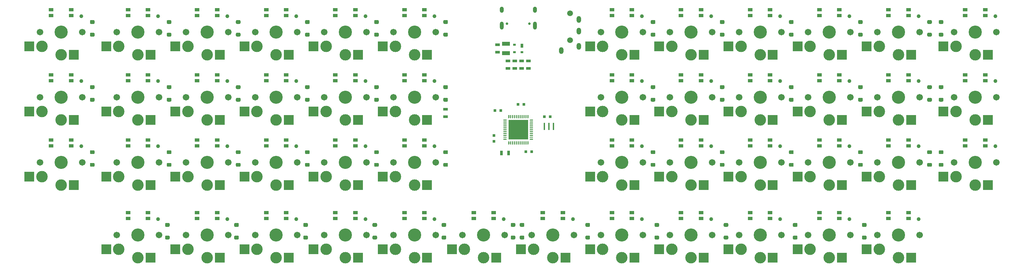
<source format=gbr>
%TF.GenerationSoftware,KiCad,Pcbnew,(5.1.10)-1*%
%TF.CreationDate,2022-05-07T17:57:56+07:00*%
%TF.ProjectId,Onsen48,4f6e7365-6e34-4382-9e6b-696361645f70,rev?*%
%TF.SameCoordinates,Original*%
%TF.FileFunction,Soldermask,Bot*%
%TF.FilePolarity,Negative*%
%FSLAX46Y46*%
G04 Gerber Fmt 4.6, Leading zero omitted, Abs format (unit mm)*
G04 Created by KiCad (PCBNEW (5.1.10)-1) date 2022-05-07 17:57:56*
%MOMM*%
%LPD*%
G01*
G04 APERTURE LIST*
%ADD10R,1.300000X0.700000*%
%ADD11R,0.400000X1.900000*%
%ADD12C,0.650000*%
%ADD13O,1.000000X2.100000*%
%ADD14O,1.000000X1.600000*%
%ADD15R,5.150000X5.150000*%
%ADD16R,0.700000X1.000000*%
%ADD17R,0.700000X0.600000*%
%ADD18R,0.700000X1.300000*%
%ADD19R,2.030000X1.140000*%
%ADD20R,0.800000X0.750000*%
%ADD21R,0.750000X0.800000*%
%ADD22C,1.500000*%
%ADD23O,1.200000X1.800000*%
%ADD24R,1.190000X0.900000*%
%ADD25C,1.701800*%
%ADD26R,2.600000X2.600000*%
%ADD27C,3.000000*%
%ADD28C,3.429000*%
%ADD29C,0.990600*%
G04 APERTURE END LIST*
D10*
%TO.C,R7*%
X130100000Y-69050000D03*
X130100000Y-67150000D03*
%TD*%
D11*
%TO.C,Y1*%
X155800000Y-71600000D03*
X157000000Y-71600000D03*
X158200000Y-71600000D03*
%TD*%
D12*
%TO.C,USB1*%
X146110000Y-44750000D03*
X151890000Y-44750000D03*
D13*
X153320000Y-45280000D03*
X144680000Y-45280000D03*
D14*
X153320000Y-41100000D03*
X144680000Y-41100000D03*
%TD*%
D15*
%TO.C,U2*%
X149000000Y-72500000D03*
G36*
G01*
X145187500Y-69875000D02*
X145937500Y-69875000D01*
G75*
G02*
X146000000Y-69937500I0J-62500D01*
G01*
X146000000Y-70062500D01*
G75*
G02*
X145937500Y-70125000I-62500J0D01*
G01*
X145187500Y-70125000D01*
G75*
G02*
X145125000Y-70062500I0J62500D01*
G01*
X145125000Y-69937500D01*
G75*
G02*
X145187500Y-69875000I62500J0D01*
G01*
G37*
G36*
G01*
X145187500Y-70375000D02*
X145937500Y-70375000D01*
G75*
G02*
X146000000Y-70437500I0J-62500D01*
G01*
X146000000Y-70562500D01*
G75*
G02*
X145937500Y-70625000I-62500J0D01*
G01*
X145187500Y-70625000D01*
G75*
G02*
X145125000Y-70562500I0J62500D01*
G01*
X145125000Y-70437500D01*
G75*
G02*
X145187500Y-70375000I62500J0D01*
G01*
G37*
G36*
G01*
X145187500Y-70875000D02*
X145937500Y-70875000D01*
G75*
G02*
X146000000Y-70937500I0J-62500D01*
G01*
X146000000Y-71062500D01*
G75*
G02*
X145937500Y-71125000I-62500J0D01*
G01*
X145187500Y-71125000D01*
G75*
G02*
X145125000Y-71062500I0J62500D01*
G01*
X145125000Y-70937500D01*
G75*
G02*
X145187500Y-70875000I62500J0D01*
G01*
G37*
G36*
G01*
X145187500Y-71375000D02*
X145937500Y-71375000D01*
G75*
G02*
X146000000Y-71437500I0J-62500D01*
G01*
X146000000Y-71562500D01*
G75*
G02*
X145937500Y-71625000I-62500J0D01*
G01*
X145187500Y-71625000D01*
G75*
G02*
X145125000Y-71562500I0J62500D01*
G01*
X145125000Y-71437500D01*
G75*
G02*
X145187500Y-71375000I62500J0D01*
G01*
G37*
G36*
G01*
X145187500Y-71875000D02*
X145937500Y-71875000D01*
G75*
G02*
X146000000Y-71937500I0J-62500D01*
G01*
X146000000Y-72062500D01*
G75*
G02*
X145937500Y-72125000I-62500J0D01*
G01*
X145187500Y-72125000D01*
G75*
G02*
X145125000Y-72062500I0J62500D01*
G01*
X145125000Y-71937500D01*
G75*
G02*
X145187500Y-71875000I62500J0D01*
G01*
G37*
G36*
G01*
X145187500Y-72375000D02*
X145937500Y-72375000D01*
G75*
G02*
X146000000Y-72437500I0J-62500D01*
G01*
X146000000Y-72562500D01*
G75*
G02*
X145937500Y-72625000I-62500J0D01*
G01*
X145187500Y-72625000D01*
G75*
G02*
X145125000Y-72562500I0J62500D01*
G01*
X145125000Y-72437500D01*
G75*
G02*
X145187500Y-72375000I62500J0D01*
G01*
G37*
G36*
G01*
X145187500Y-72875000D02*
X145937500Y-72875000D01*
G75*
G02*
X146000000Y-72937500I0J-62500D01*
G01*
X146000000Y-73062500D01*
G75*
G02*
X145937500Y-73125000I-62500J0D01*
G01*
X145187500Y-73125000D01*
G75*
G02*
X145125000Y-73062500I0J62500D01*
G01*
X145125000Y-72937500D01*
G75*
G02*
X145187500Y-72875000I62500J0D01*
G01*
G37*
G36*
G01*
X145187500Y-73375000D02*
X145937500Y-73375000D01*
G75*
G02*
X146000000Y-73437500I0J-62500D01*
G01*
X146000000Y-73562500D01*
G75*
G02*
X145937500Y-73625000I-62500J0D01*
G01*
X145187500Y-73625000D01*
G75*
G02*
X145125000Y-73562500I0J62500D01*
G01*
X145125000Y-73437500D01*
G75*
G02*
X145187500Y-73375000I62500J0D01*
G01*
G37*
G36*
G01*
X145187500Y-73875000D02*
X145937500Y-73875000D01*
G75*
G02*
X146000000Y-73937500I0J-62500D01*
G01*
X146000000Y-74062500D01*
G75*
G02*
X145937500Y-74125000I-62500J0D01*
G01*
X145187500Y-74125000D01*
G75*
G02*
X145125000Y-74062500I0J62500D01*
G01*
X145125000Y-73937500D01*
G75*
G02*
X145187500Y-73875000I62500J0D01*
G01*
G37*
G36*
G01*
X145187500Y-74375000D02*
X145937500Y-74375000D01*
G75*
G02*
X146000000Y-74437500I0J-62500D01*
G01*
X146000000Y-74562500D01*
G75*
G02*
X145937500Y-74625000I-62500J0D01*
G01*
X145187500Y-74625000D01*
G75*
G02*
X145125000Y-74562500I0J62500D01*
G01*
X145125000Y-74437500D01*
G75*
G02*
X145187500Y-74375000I62500J0D01*
G01*
G37*
G36*
G01*
X145187500Y-74875000D02*
X145937500Y-74875000D01*
G75*
G02*
X146000000Y-74937500I0J-62500D01*
G01*
X146000000Y-75062500D01*
G75*
G02*
X145937500Y-75125000I-62500J0D01*
G01*
X145187500Y-75125000D01*
G75*
G02*
X145125000Y-75062500I0J62500D01*
G01*
X145125000Y-74937500D01*
G75*
G02*
X145187500Y-74875000I62500J0D01*
G01*
G37*
G36*
G01*
X146437500Y-75500000D02*
X146562500Y-75500000D01*
G75*
G02*
X146625000Y-75562500I0J-62500D01*
G01*
X146625000Y-76312500D01*
G75*
G02*
X146562500Y-76375000I-62500J0D01*
G01*
X146437500Y-76375000D01*
G75*
G02*
X146375000Y-76312500I0J62500D01*
G01*
X146375000Y-75562500D01*
G75*
G02*
X146437500Y-75500000I62500J0D01*
G01*
G37*
G36*
G01*
X146937500Y-75500000D02*
X147062500Y-75500000D01*
G75*
G02*
X147125000Y-75562500I0J-62500D01*
G01*
X147125000Y-76312500D01*
G75*
G02*
X147062500Y-76375000I-62500J0D01*
G01*
X146937500Y-76375000D01*
G75*
G02*
X146875000Y-76312500I0J62500D01*
G01*
X146875000Y-75562500D01*
G75*
G02*
X146937500Y-75500000I62500J0D01*
G01*
G37*
G36*
G01*
X147437500Y-75500000D02*
X147562500Y-75500000D01*
G75*
G02*
X147625000Y-75562500I0J-62500D01*
G01*
X147625000Y-76312500D01*
G75*
G02*
X147562500Y-76375000I-62500J0D01*
G01*
X147437500Y-76375000D01*
G75*
G02*
X147375000Y-76312500I0J62500D01*
G01*
X147375000Y-75562500D01*
G75*
G02*
X147437500Y-75500000I62500J0D01*
G01*
G37*
G36*
G01*
X147937500Y-75500000D02*
X148062500Y-75500000D01*
G75*
G02*
X148125000Y-75562500I0J-62500D01*
G01*
X148125000Y-76312500D01*
G75*
G02*
X148062500Y-76375000I-62500J0D01*
G01*
X147937500Y-76375000D01*
G75*
G02*
X147875000Y-76312500I0J62500D01*
G01*
X147875000Y-75562500D01*
G75*
G02*
X147937500Y-75500000I62500J0D01*
G01*
G37*
G36*
G01*
X148437500Y-75500000D02*
X148562500Y-75500000D01*
G75*
G02*
X148625000Y-75562500I0J-62500D01*
G01*
X148625000Y-76312500D01*
G75*
G02*
X148562500Y-76375000I-62500J0D01*
G01*
X148437500Y-76375000D01*
G75*
G02*
X148375000Y-76312500I0J62500D01*
G01*
X148375000Y-75562500D01*
G75*
G02*
X148437500Y-75500000I62500J0D01*
G01*
G37*
G36*
G01*
X148937500Y-75500000D02*
X149062500Y-75500000D01*
G75*
G02*
X149125000Y-75562500I0J-62500D01*
G01*
X149125000Y-76312500D01*
G75*
G02*
X149062500Y-76375000I-62500J0D01*
G01*
X148937500Y-76375000D01*
G75*
G02*
X148875000Y-76312500I0J62500D01*
G01*
X148875000Y-75562500D01*
G75*
G02*
X148937500Y-75500000I62500J0D01*
G01*
G37*
G36*
G01*
X149437500Y-75500000D02*
X149562500Y-75500000D01*
G75*
G02*
X149625000Y-75562500I0J-62500D01*
G01*
X149625000Y-76312500D01*
G75*
G02*
X149562500Y-76375000I-62500J0D01*
G01*
X149437500Y-76375000D01*
G75*
G02*
X149375000Y-76312500I0J62500D01*
G01*
X149375000Y-75562500D01*
G75*
G02*
X149437500Y-75500000I62500J0D01*
G01*
G37*
G36*
G01*
X149937500Y-75500000D02*
X150062500Y-75500000D01*
G75*
G02*
X150125000Y-75562500I0J-62500D01*
G01*
X150125000Y-76312500D01*
G75*
G02*
X150062500Y-76375000I-62500J0D01*
G01*
X149937500Y-76375000D01*
G75*
G02*
X149875000Y-76312500I0J62500D01*
G01*
X149875000Y-75562500D01*
G75*
G02*
X149937500Y-75500000I62500J0D01*
G01*
G37*
G36*
G01*
X150437500Y-75500000D02*
X150562500Y-75500000D01*
G75*
G02*
X150625000Y-75562500I0J-62500D01*
G01*
X150625000Y-76312500D01*
G75*
G02*
X150562500Y-76375000I-62500J0D01*
G01*
X150437500Y-76375000D01*
G75*
G02*
X150375000Y-76312500I0J62500D01*
G01*
X150375000Y-75562500D01*
G75*
G02*
X150437500Y-75500000I62500J0D01*
G01*
G37*
G36*
G01*
X150937500Y-75500000D02*
X151062500Y-75500000D01*
G75*
G02*
X151125000Y-75562500I0J-62500D01*
G01*
X151125000Y-76312500D01*
G75*
G02*
X151062500Y-76375000I-62500J0D01*
G01*
X150937500Y-76375000D01*
G75*
G02*
X150875000Y-76312500I0J62500D01*
G01*
X150875000Y-75562500D01*
G75*
G02*
X150937500Y-75500000I62500J0D01*
G01*
G37*
G36*
G01*
X151437500Y-75500000D02*
X151562500Y-75500000D01*
G75*
G02*
X151625000Y-75562500I0J-62500D01*
G01*
X151625000Y-76312500D01*
G75*
G02*
X151562500Y-76375000I-62500J0D01*
G01*
X151437500Y-76375000D01*
G75*
G02*
X151375000Y-76312500I0J62500D01*
G01*
X151375000Y-75562500D01*
G75*
G02*
X151437500Y-75500000I62500J0D01*
G01*
G37*
G36*
G01*
X152062500Y-74875000D02*
X152812500Y-74875000D01*
G75*
G02*
X152875000Y-74937500I0J-62500D01*
G01*
X152875000Y-75062500D01*
G75*
G02*
X152812500Y-75125000I-62500J0D01*
G01*
X152062500Y-75125000D01*
G75*
G02*
X152000000Y-75062500I0J62500D01*
G01*
X152000000Y-74937500D01*
G75*
G02*
X152062500Y-74875000I62500J0D01*
G01*
G37*
G36*
G01*
X152062500Y-74375000D02*
X152812500Y-74375000D01*
G75*
G02*
X152875000Y-74437500I0J-62500D01*
G01*
X152875000Y-74562500D01*
G75*
G02*
X152812500Y-74625000I-62500J0D01*
G01*
X152062500Y-74625000D01*
G75*
G02*
X152000000Y-74562500I0J62500D01*
G01*
X152000000Y-74437500D01*
G75*
G02*
X152062500Y-74375000I62500J0D01*
G01*
G37*
G36*
G01*
X152062500Y-73875000D02*
X152812500Y-73875000D01*
G75*
G02*
X152875000Y-73937500I0J-62500D01*
G01*
X152875000Y-74062500D01*
G75*
G02*
X152812500Y-74125000I-62500J0D01*
G01*
X152062500Y-74125000D01*
G75*
G02*
X152000000Y-74062500I0J62500D01*
G01*
X152000000Y-73937500D01*
G75*
G02*
X152062500Y-73875000I62500J0D01*
G01*
G37*
G36*
G01*
X152062500Y-73375000D02*
X152812500Y-73375000D01*
G75*
G02*
X152875000Y-73437500I0J-62500D01*
G01*
X152875000Y-73562500D01*
G75*
G02*
X152812500Y-73625000I-62500J0D01*
G01*
X152062500Y-73625000D01*
G75*
G02*
X152000000Y-73562500I0J62500D01*
G01*
X152000000Y-73437500D01*
G75*
G02*
X152062500Y-73375000I62500J0D01*
G01*
G37*
G36*
G01*
X152062500Y-72875000D02*
X152812500Y-72875000D01*
G75*
G02*
X152875000Y-72937500I0J-62500D01*
G01*
X152875000Y-73062500D01*
G75*
G02*
X152812500Y-73125000I-62500J0D01*
G01*
X152062500Y-73125000D01*
G75*
G02*
X152000000Y-73062500I0J62500D01*
G01*
X152000000Y-72937500D01*
G75*
G02*
X152062500Y-72875000I62500J0D01*
G01*
G37*
G36*
G01*
X152062500Y-72375000D02*
X152812500Y-72375000D01*
G75*
G02*
X152875000Y-72437500I0J-62500D01*
G01*
X152875000Y-72562500D01*
G75*
G02*
X152812500Y-72625000I-62500J0D01*
G01*
X152062500Y-72625000D01*
G75*
G02*
X152000000Y-72562500I0J62500D01*
G01*
X152000000Y-72437500D01*
G75*
G02*
X152062500Y-72375000I62500J0D01*
G01*
G37*
G36*
G01*
X152062500Y-71875000D02*
X152812500Y-71875000D01*
G75*
G02*
X152875000Y-71937500I0J-62500D01*
G01*
X152875000Y-72062500D01*
G75*
G02*
X152812500Y-72125000I-62500J0D01*
G01*
X152062500Y-72125000D01*
G75*
G02*
X152000000Y-72062500I0J62500D01*
G01*
X152000000Y-71937500D01*
G75*
G02*
X152062500Y-71875000I62500J0D01*
G01*
G37*
G36*
G01*
X152062500Y-71375000D02*
X152812500Y-71375000D01*
G75*
G02*
X152875000Y-71437500I0J-62500D01*
G01*
X152875000Y-71562500D01*
G75*
G02*
X152812500Y-71625000I-62500J0D01*
G01*
X152062500Y-71625000D01*
G75*
G02*
X152000000Y-71562500I0J62500D01*
G01*
X152000000Y-71437500D01*
G75*
G02*
X152062500Y-71375000I62500J0D01*
G01*
G37*
G36*
G01*
X152062500Y-70875000D02*
X152812500Y-70875000D01*
G75*
G02*
X152875000Y-70937500I0J-62500D01*
G01*
X152875000Y-71062500D01*
G75*
G02*
X152812500Y-71125000I-62500J0D01*
G01*
X152062500Y-71125000D01*
G75*
G02*
X152000000Y-71062500I0J62500D01*
G01*
X152000000Y-70937500D01*
G75*
G02*
X152062500Y-70875000I62500J0D01*
G01*
G37*
G36*
G01*
X152062500Y-70375000D02*
X152812500Y-70375000D01*
G75*
G02*
X152875000Y-70437500I0J-62500D01*
G01*
X152875000Y-70562500D01*
G75*
G02*
X152812500Y-70625000I-62500J0D01*
G01*
X152062500Y-70625000D01*
G75*
G02*
X152000000Y-70562500I0J62500D01*
G01*
X152000000Y-70437500D01*
G75*
G02*
X152062500Y-70375000I62500J0D01*
G01*
G37*
G36*
G01*
X152062500Y-69875000D02*
X152812500Y-69875000D01*
G75*
G02*
X152875000Y-69937500I0J-62500D01*
G01*
X152875000Y-70062500D01*
G75*
G02*
X152812500Y-70125000I-62500J0D01*
G01*
X152062500Y-70125000D01*
G75*
G02*
X152000000Y-70062500I0J62500D01*
G01*
X152000000Y-69937500D01*
G75*
G02*
X152062500Y-69875000I62500J0D01*
G01*
G37*
G36*
G01*
X151437500Y-68625000D02*
X151562500Y-68625000D01*
G75*
G02*
X151625000Y-68687500I0J-62500D01*
G01*
X151625000Y-69437500D01*
G75*
G02*
X151562500Y-69500000I-62500J0D01*
G01*
X151437500Y-69500000D01*
G75*
G02*
X151375000Y-69437500I0J62500D01*
G01*
X151375000Y-68687500D01*
G75*
G02*
X151437500Y-68625000I62500J0D01*
G01*
G37*
G36*
G01*
X150937500Y-68625000D02*
X151062500Y-68625000D01*
G75*
G02*
X151125000Y-68687500I0J-62500D01*
G01*
X151125000Y-69437500D01*
G75*
G02*
X151062500Y-69500000I-62500J0D01*
G01*
X150937500Y-69500000D01*
G75*
G02*
X150875000Y-69437500I0J62500D01*
G01*
X150875000Y-68687500D01*
G75*
G02*
X150937500Y-68625000I62500J0D01*
G01*
G37*
G36*
G01*
X150437500Y-68625000D02*
X150562500Y-68625000D01*
G75*
G02*
X150625000Y-68687500I0J-62500D01*
G01*
X150625000Y-69437500D01*
G75*
G02*
X150562500Y-69500000I-62500J0D01*
G01*
X150437500Y-69500000D01*
G75*
G02*
X150375000Y-69437500I0J62500D01*
G01*
X150375000Y-68687500D01*
G75*
G02*
X150437500Y-68625000I62500J0D01*
G01*
G37*
G36*
G01*
X149937500Y-68625000D02*
X150062500Y-68625000D01*
G75*
G02*
X150125000Y-68687500I0J-62500D01*
G01*
X150125000Y-69437500D01*
G75*
G02*
X150062500Y-69500000I-62500J0D01*
G01*
X149937500Y-69500000D01*
G75*
G02*
X149875000Y-69437500I0J62500D01*
G01*
X149875000Y-68687500D01*
G75*
G02*
X149937500Y-68625000I62500J0D01*
G01*
G37*
G36*
G01*
X149437500Y-68625000D02*
X149562500Y-68625000D01*
G75*
G02*
X149625000Y-68687500I0J-62500D01*
G01*
X149625000Y-69437500D01*
G75*
G02*
X149562500Y-69500000I-62500J0D01*
G01*
X149437500Y-69500000D01*
G75*
G02*
X149375000Y-69437500I0J62500D01*
G01*
X149375000Y-68687500D01*
G75*
G02*
X149437500Y-68625000I62500J0D01*
G01*
G37*
G36*
G01*
X148937500Y-68625000D02*
X149062500Y-68625000D01*
G75*
G02*
X149125000Y-68687500I0J-62500D01*
G01*
X149125000Y-69437500D01*
G75*
G02*
X149062500Y-69500000I-62500J0D01*
G01*
X148937500Y-69500000D01*
G75*
G02*
X148875000Y-69437500I0J62500D01*
G01*
X148875000Y-68687500D01*
G75*
G02*
X148937500Y-68625000I62500J0D01*
G01*
G37*
G36*
G01*
X148437500Y-68625000D02*
X148562500Y-68625000D01*
G75*
G02*
X148625000Y-68687500I0J-62500D01*
G01*
X148625000Y-69437500D01*
G75*
G02*
X148562500Y-69500000I-62500J0D01*
G01*
X148437500Y-69500000D01*
G75*
G02*
X148375000Y-69437500I0J62500D01*
G01*
X148375000Y-68687500D01*
G75*
G02*
X148437500Y-68625000I62500J0D01*
G01*
G37*
G36*
G01*
X147937500Y-68625000D02*
X148062500Y-68625000D01*
G75*
G02*
X148125000Y-68687500I0J-62500D01*
G01*
X148125000Y-69437500D01*
G75*
G02*
X148062500Y-69500000I-62500J0D01*
G01*
X147937500Y-69500000D01*
G75*
G02*
X147875000Y-69437500I0J62500D01*
G01*
X147875000Y-68687500D01*
G75*
G02*
X147937500Y-68625000I62500J0D01*
G01*
G37*
G36*
G01*
X147437500Y-68625000D02*
X147562500Y-68625000D01*
G75*
G02*
X147625000Y-68687500I0J-62500D01*
G01*
X147625000Y-69437500D01*
G75*
G02*
X147562500Y-69500000I-62500J0D01*
G01*
X147437500Y-69500000D01*
G75*
G02*
X147375000Y-69437500I0J62500D01*
G01*
X147375000Y-68687500D01*
G75*
G02*
X147437500Y-68625000I62500J0D01*
G01*
G37*
G36*
G01*
X146937500Y-68625000D02*
X147062500Y-68625000D01*
G75*
G02*
X147125000Y-68687500I0J-62500D01*
G01*
X147125000Y-69437500D01*
G75*
G02*
X147062500Y-69500000I-62500J0D01*
G01*
X146937500Y-69500000D01*
G75*
G02*
X146875000Y-69437500I0J62500D01*
G01*
X146875000Y-68687500D01*
G75*
G02*
X146937500Y-68625000I62500J0D01*
G01*
G37*
G36*
G01*
X146437500Y-68625000D02*
X146562500Y-68625000D01*
G75*
G02*
X146625000Y-68687500I0J-62500D01*
G01*
X146625000Y-69437500D01*
G75*
G02*
X146562500Y-69500000I-62500J0D01*
G01*
X146437500Y-69500000D01*
G75*
G02*
X146375000Y-69437500I0J62500D01*
G01*
X146375000Y-68687500D01*
G75*
G02*
X146437500Y-68625000I62500J0D01*
G01*
G37*
%TD*%
D16*
%TO.C,U1*%
X150000000Y-50500000D03*
D17*
X148000000Y-50300000D03*
X150000000Y-52200000D03*
X148000000Y-52200000D03*
%TD*%
D18*
%TO.C,R6*%
X146500000Y-78550000D03*
X144600000Y-78550000D03*
%TD*%
D10*
%TO.C,R5*%
X143600000Y-50300000D03*
X143600000Y-52200000D03*
%TD*%
%TO.C,R4*%
X148100000Y-54550000D03*
X148100000Y-56450000D03*
%TD*%
%TO.C,R3*%
X149900000Y-54550000D03*
X149900000Y-56450000D03*
%TD*%
%TO.C,R2*%
X151700000Y-54550000D03*
X151700000Y-56450000D03*
%TD*%
%TO.C,R1*%
X146300000Y-54550000D03*
X146300000Y-56450000D03*
%TD*%
D19*
%TO.C,F1*%
X145810000Y-50050000D03*
X145810000Y-52450000D03*
%TD*%
D20*
%TO.C,C7*%
X155800000Y-69050000D03*
X157300000Y-69050000D03*
%TD*%
%TO.C,C6*%
X148950000Y-65900000D03*
X150450000Y-65900000D03*
%TD*%
D21*
%TO.C,C5*%
X142700000Y-75500000D03*
X142700000Y-74000000D03*
%TD*%
D20*
%TO.C,C4*%
X151000000Y-78200000D03*
X152500000Y-78200000D03*
%TD*%
%TO.C,C1*%
X144450000Y-67500000D03*
X142950000Y-67500000D03*
%TD*%
D22*
%TO.C,J1*%
X162500000Y-49100000D03*
X162500000Y-42100000D03*
D23*
X160200000Y-51800000D03*
X164800000Y-50700000D03*
X164800000Y-46700000D03*
X164800000Y-43700000D03*
%TD*%
%TO.C,D27*%
G36*
G01*
X129750000Y-43850000D02*
X130450000Y-43850000D01*
G75*
G02*
X130700000Y-44100000I0J-250000D01*
G01*
X130700000Y-44600000D01*
G75*
G02*
X130450000Y-44850000I-250000J0D01*
G01*
X129750000Y-44850000D01*
G75*
G02*
X129500000Y-44600000I0J250000D01*
G01*
X129500000Y-44100000D01*
G75*
G02*
X129750000Y-43850000I250000J0D01*
G01*
G37*
G36*
G01*
X129750000Y-47150000D02*
X130450000Y-47150000D01*
G75*
G02*
X130700000Y-47400000I0J-250000D01*
G01*
X130700000Y-47900000D01*
G75*
G02*
X130450000Y-48150000I-250000J0D01*
G01*
X129750000Y-48150000D01*
G75*
G02*
X129500000Y-47900000I0J250000D01*
G01*
X129500000Y-47400000D01*
G75*
G02*
X129750000Y-47150000I250000J0D01*
G01*
G37*
%TD*%
D24*
%TO.C,RGB48*%
X270595000Y-41170000D03*
X265405000Y-42670000D03*
X265405000Y-41170000D03*
X270595000Y-42670000D03*
%TD*%
%TO.C,RGB47*%
X250595000Y-41170000D03*
X245405000Y-42670000D03*
X245405000Y-41170000D03*
X250595000Y-42670000D03*
%TD*%
%TO.C,RGB46*%
X232595000Y-41170000D03*
X227405000Y-42670000D03*
X227405000Y-41170000D03*
X232595000Y-42670000D03*
%TD*%
%TO.C,RGB45*%
X214595000Y-41170000D03*
X209405000Y-42670000D03*
X209405000Y-41170000D03*
X214595000Y-42670000D03*
%TD*%
%TO.C,RGB44*%
X196595000Y-41170000D03*
X191405000Y-42670000D03*
X191405000Y-41170000D03*
X196595000Y-42670000D03*
%TD*%
%TO.C,RGB43*%
X178595000Y-41170000D03*
X173405000Y-42670000D03*
X173405000Y-41170000D03*
X178595000Y-42670000D03*
%TD*%
%TO.C,RGB42*%
X270595000Y-59670000D03*
X265405000Y-58170000D03*
X265405000Y-59670000D03*
X270595000Y-58170000D03*
%TD*%
%TO.C,RGB41*%
X250595000Y-59670000D03*
X245405000Y-58170000D03*
X245405000Y-59670000D03*
X250595000Y-58170000D03*
%TD*%
%TO.C,RGB40*%
X232595000Y-59670000D03*
X227405000Y-58170000D03*
X227405000Y-59670000D03*
X232595000Y-58170000D03*
%TD*%
%TO.C,RGB39*%
X214595000Y-59670000D03*
X209405000Y-58170000D03*
X209405000Y-59670000D03*
X214595000Y-58170000D03*
%TD*%
%TO.C,RGB38*%
X196595000Y-59670000D03*
X191405000Y-58170000D03*
X191405000Y-59670000D03*
X196595000Y-58170000D03*
%TD*%
%TO.C,RGB37*%
X178595000Y-59670000D03*
X173405000Y-58170000D03*
X173405000Y-59670000D03*
X178595000Y-58170000D03*
%TD*%
%TO.C,RGB30*%
X52595000Y-95670000D03*
X47405000Y-94170000D03*
X47405000Y-95670000D03*
X52595000Y-94170000D03*
%TD*%
%TO.C,RGB29*%
X70595000Y-95670000D03*
X65405000Y-94170000D03*
X65405000Y-95670000D03*
X70595000Y-94170000D03*
%TD*%
%TO.C,RGB28*%
X88595000Y-95670000D03*
X83405000Y-94170000D03*
X83405000Y-95670000D03*
X88595000Y-94170000D03*
%TD*%
%TO.C,RGB27*%
X106595000Y-95670000D03*
X101405000Y-94170000D03*
X101405000Y-95670000D03*
X106595000Y-94170000D03*
%TD*%
%TO.C,RGB26*%
X124595000Y-95670000D03*
X119405000Y-94170000D03*
X119405000Y-95670000D03*
X124595000Y-94170000D03*
%TD*%
%TO.C,RGB25*%
X142595000Y-95670000D03*
X137405000Y-94170000D03*
X137405000Y-95670000D03*
X142595000Y-94170000D03*
%TD*%
%TO.C,RGB24*%
X160595000Y-95670000D03*
X155405000Y-94170000D03*
X155405000Y-95670000D03*
X160595000Y-94170000D03*
%TD*%
%TO.C,RGB22*%
X178595000Y-95670000D03*
X173405000Y-94170000D03*
X173405000Y-95670000D03*
X178595000Y-94170000D03*
%TD*%
%TO.C,RGB20*%
X196595000Y-95670000D03*
X191405000Y-94170000D03*
X191405000Y-95670000D03*
X196595000Y-94170000D03*
%TD*%
%TO.C,RGB18*%
X214595000Y-95670000D03*
X209405000Y-94170000D03*
X209405000Y-95670000D03*
X214595000Y-94170000D03*
%TD*%
%TO.C,RGB16*%
X232595000Y-95670000D03*
X227405000Y-94170000D03*
X227405000Y-95670000D03*
X232595000Y-94170000D03*
%TD*%
%TO.C,RGB14*%
X250595000Y-95670000D03*
X245405000Y-94170000D03*
X245405000Y-95670000D03*
X250595000Y-94170000D03*
%TD*%
%TO.C,RGB36*%
X270595000Y-75170000D03*
X265405000Y-76670000D03*
X265405000Y-75170000D03*
X270595000Y-76670000D03*
%TD*%
%TO.C,RGB35*%
X250595000Y-75170000D03*
X245405000Y-76670000D03*
X245405000Y-75170000D03*
X250595000Y-76670000D03*
%TD*%
%TO.C,RGB34*%
X232595000Y-75170000D03*
X227405000Y-76670000D03*
X227405000Y-75170000D03*
X232595000Y-76670000D03*
%TD*%
%TO.C,RGB33*%
X214595000Y-75170000D03*
X209405000Y-76670000D03*
X209405000Y-75170000D03*
X214595000Y-76670000D03*
%TD*%
%TO.C,RGB32*%
X196595000Y-75170000D03*
X191405000Y-76670000D03*
X191405000Y-75170000D03*
X196595000Y-76670000D03*
%TD*%
%TO.C,RGB31*%
X178595000Y-75170000D03*
X173405000Y-76670000D03*
X173405000Y-75170000D03*
X178595000Y-76670000D03*
%TD*%
%TO.C,RGB23*%
X124595000Y-76670000D03*
X119405000Y-75170000D03*
X119405000Y-76670000D03*
X124595000Y-75170000D03*
%TD*%
%TO.C,RGB21*%
X106595000Y-76670000D03*
X101405000Y-75170000D03*
X101405000Y-76670000D03*
X106595000Y-75170000D03*
%TD*%
%TO.C,RGB19*%
X88595000Y-76670000D03*
X83405000Y-75170000D03*
X83405000Y-76670000D03*
X88595000Y-75170000D03*
%TD*%
%TO.C,RGB17*%
X70595000Y-76670000D03*
X65405000Y-75170000D03*
X65405000Y-76670000D03*
X70595000Y-75170000D03*
%TD*%
%TO.C,RGB15*%
X52595000Y-76670000D03*
X47405000Y-75170000D03*
X47405000Y-76670000D03*
X52595000Y-75170000D03*
%TD*%
%TO.C,RGB13*%
X32595000Y-76670000D03*
X27405000Y-75170000D03*
X27405000Y-76670000D03*
X32595000Y-75170000D03*
%TD*%
%TO.C,RGB12*%
X32595000Y-41170000D03*
X27405000Y-42670000D03*
X27405000Y-41170000D03*
X32595000Y-42670000D03*
%TD*%
%TO.C,RGB11*%
X52595000Y-41170000D03*
X47405000Y-42670000D03*
X47405000Y-41170000D03*
X52595000Y-42670000D03*
%TD*%
%TO.C,RGB10*%
X70595000Y-41170000D03*
X65405000Y-42670000D03*
X65405000Y-41170000D03*
X70595000Y-42670000D03*
%TD*%
%TO.C,RGB9*%
X88595000Y-41170000D03*
X83405000Y-42670000D03*
X83405000Y-41170000D03*
X88595000Y-42670000D03*
%TD*%
%TO.C,RGB8*%
X106595000Y-41170000D03*
X101405000Y-42670000D03*
X101405000Y-41170000D03*
X106595000Y-42670000D03*
%TD*%
%TO.C,RGB7*%
X124595000Y-41170000D03*
X119405000Y-42670000D03*
X119405000Y-41170000D03*
X124595000Y-42670000D03*
%TD*%
%TO.C,RGB6*%
X124595000Y-59670000D03*
X119405000Y-58170000D03*
X119405000Y-59670000D03*
X124595000Y-58170000D03*
%TD*%
%TO.C,RGB5*%
X106595000Y-59670000D03*
X101405000Y-58170000D03*
X101405000Y-59670000D03*
X106595000Y-58170000D03*
%TD*%
%TO.C,RGB4*%
X88595000Y-59670000D03*
X83405000Y-58170000D03*
X83405000Y-59670000D03*
X88595000Y-58170000D03*
%TD*%
%TO.C,RGB3*%
X70595000Y-59670000D03*
X65405000Y-58170000D03*
X65405000Y-59670000D03*
X70595000Y-58170000D03*
%TD*%
%TO.C,RGB2*%
X52595000Y-59670000D03*
X47405000Y-58170000D03*
X47405000Y-59670000D03*
X52595000Y-58170000D03*
%TD*%
%TO.C,RGB1*%
X32595000Y-59670000D03*
X27405000Y-58170000D03*
X27405000Y-59670000D03*
X32595000Y-58170000D03*
%TD*%
%TO.C,D60*%
G36*
G01*
X238750000Y-96850000D02*
X239450000Y-96850000D01*
G75*
G02*
X239700000Y-97100000I0J-250000D01*
G01*
X239700000Y-97600000D01*
G75*
G02*
X239450000Y-97850000I-250000J0D01*
G01*
X238750000Y-97850000D01*
G75*
G02*
X238500000Y-97600000I0J250000D01*
G01*
X238500000Y-97100000D01*
G75*
G02*
X238750000Y-96850000I250000J0D01*
G01*
G37*
G36*
G01*
X238750000Y-100150000D02*
X239450000Y-100150000D01*
G75*
G02*
X239700000Y-100400000I0J-250000D01*
G01*
X239700000Y-100900000D01*
G75*
G02*
X239450000Y-101150000I-250000J0D01*
G01*
X238750000Y-101150000D01*
G75*
G02*
X238500000Y-100900000I0J250000D01*
G01*
X238500000Y-100400000D01*
G75*
G02*
X238750000Y-100150000I250000J0D01*
G01*
G37*
%TD*%
%TO.C,D59*%
G36*
G01*
X258750000Y-77850000D02*
X259450000Y-77850000D01*
G75*
G02*
X259700000Y-78100000I0J-250000D01*
G01*
X259700000Y-78600000D01*
G75*
G02*
X259450000Y-78850000I-250000J0D01*
G01*
X258750000Y-78850000D01*
G75*
G02*
X258500000Y-78600000I0J250000D01*
G01*
X258500000Y-78100000D01*
G75*
G02*
X258750000Y-77850000I250000J0D01*
G01*
G37*
G36*
G01*
X258750000Y-81150000D02*
X259450000Y-81150000D01*
G75*
G02*
X259700000Y-81400000I0J-250000D01*
G01*
X259700000Y-81900000D01*
G75*
G02*
X259450000Y-82150000I-250000J0D01*
G01*
X258750000Y-82150000D01*
G75*
G02*
X258500000Y-81900000I0J250000D01*
G01*
X258500000Y-81400000D01*
G75*
G02*
X258750000Y-81150000I250000J0D01*
G01*
G37*
%TD*%
%TO.C,D58*%
G36*
G01*
X258750000Y-60850000D02*
X259450000Y-60850000D01*
G75*
G02*
X259700000Y-61100000I0J-250000D01*
G01*
X259700000Y-61600000D01*
G75*
G02*
X259450000Y-61850000I-250000J0D01*
G01*
X258750000Y-61850000D01*
G75*
G02*
X258500000Y-61600000I0J250000D01*
G01*
X258500000Y-61100000D01*
G75*
G02*
X258750000Y-60850000I250000J0D01*
G01*
G37*
G36*
G01*
X258750000Y-64150000D02*
X259450000Y-64150000D01*
G75*
G02*
X259700000Y-64400000I0J-250000D01*
G01*
X259700000Y-64900000D01*
G75*
G02*
X259450000Y-65150000I-250000J0D01*
G01*
X258750000Y-65150000D01*
G75*
G02*
X258500000Y-64900000I0J250000D01*
G01*
X258500000Y-64400000D01*
G75*
G02*
X258750000Y-64150000I250000J0D01*
G01*
G37*
%TD*%
%TO.C,D57*%
G36*
G01*
X258750000Y-43850000D02*
X259450000Y-43850000D01*
G75*
G02*
X259700000Y-44100000I0J-250000D01*
G01*
X259700000Y-44600000D01*
G75*
G02*
X259450000Y-44850000I-250000J0D01*
G01*
X258750000Y-44850000D01*
G75*
G02*
X258500000Y-44600000I0J250000D01*
G01*
X258500000Y-44100000D01*
G75*
G02*
X258750000Y-43850000I250000J0D01*
G01*
G37*
G36*
G01*
X258750000Y-47150000D02*
X259450000Y-47150000D01*
G75*
G02*
X259700000Y-47400000I0J-250000D01*
G01*
X259700000Y-47900000D01*
G75*
G02*
X259450000Y-48150000I-250000J0D01*
G01*
X258750000Y-48150000D01*
G75*
G02*
X258500000Y-47900000I0J250000D01*
G01*
X258500000Y-47400000D01*
G75*
G02*
X258750000Y-47150000I250000J0D01*
G01*
G37*
%TD*%
%TO.C,D55*%
G36*
G01*
X220750000Y-96850000D02*
X221450000Y-96850000D01*
G75*
G02*
X221700000Y-97100000I0J-250000D01*
G01*
X221700000Y-97600000D01*
G75*
G02*
X221450000Y-97850000I-250000J0D01*
G01*
X220750000Y-97850000D01*
G75*
G02*
X220500000Y-97600000I0J250000D01*
G01*
X220500000Y-97100000D01*
G75*
G02*
X220750000Y-96850000I250000J0D01*
G01*
G37*
G36*
G01*
X220750000Y-100150000D02*
X221450000Y-100150000D01*
G75*
G02*
X221700000Y-100400000I0J-250000D01*
G01*
X221700000Y-100900000D01*
G75*
G02*
X221450000Y-101150000I-250000J0D01*
G01*
X220750000Y-101150000D01*
G75*
G02*
X220500000Y-100900000I0J250000D01*
G01*
X220500000Y-100400000D01*
G75*
G02*
X220750000Y-100150000I250000J0D01*
G01*
G37*
%TD*%
%TO.C,D54*%
G36*
G01*
X255750000Y-77850000D02*
X256450000Y-77850000D01*
G75*
G02*
X256700000Y-78100000I0J-250000D01*
G01*
X256700000Y-78600000D01*
G75*
G02*
X256450000Y-78850000I-250000J0D01*
G01*
X255750000Y-78850000D01*
G75*
G02*
X255500000Y-78600000I0J250000D01*
G01*
X255500000Y-78100000D01*
G75*
G02*
X255750000Y-77850000I250000J0D01*
G01*
G37*
G36*
G01*
X255750000Y-81150000D02*
X256450000Y-81150000D01*
G75*
G02*
X256700000Y-81400000I0J-250000D01*
G01*
X256700000Y-81900000D01*
G75*
G02*
X256450000Y-82150000I-250000J0D01*
G01*
X255750000Y-82150000D01*
G75*
G02*
X255500000Y-81900000I0J250000D01*
G01*
X255500000Y-81400000D01*
G75*
G02*
X255750000Y-81150000I250000J0D01*
G01*
G37*
%TD*%
%TO.C,D53*%
G36*
G01*
X255750000Y-60850000D02*
X256450000Y-60850000D01*
G75*
G02*
X256700000Y-61100000I0J-250000D01*
G01*
X256700000Y-61600000D01*
G75*
G02*
X256450000Y-61850000I-250000J0D01*
G01*
X255750000Y-61850000D01*
G75*
G02*
X255500000Y-61600000I0J250000D01*
G01*
X255500000Y-61100000D01*
G75*
G02*
X255750000Y-60850000I250000J0D01*
G01*
G37*
G36*
G01*
X255750000Y-64150000D02*
X256450000Y-64150000D01*
G75*
G02*
X256700000Y-64400000I0J-250000D01*
G01*
X256700000Y-64900000D01*
G75*
G02*
X256450000Y-65150000I-250000J0D01*
G01*
X255750000Y-65150000D01*
G75*
G02*
X255500000Y-64900000I0J250000D01*
G01*
X255500000Y-64400000D01*
G75*
G02*
X255750000Y-64150000I250000J0D01*
G01*
G37*
%TD*%
%TO.C,D52*%
G36*
G01*
X255750000Y-43850000D02*
X256450000Y-43850000D01*
G75*
G02*
X256700000Y-44100000I0J-250000D01*
G01*
X256700000Y-44600000D01*
G75*
G02*
X256450000Y-44850000I-250000J0D01*
G01*
X255750000Y-44850000D01*
G75*
G02*
X255500000Y-44600000I0J250000D01*
G01*
X255500000Y-44100000D01*
G75*
G02*
X255750000Y-43850000I250000J0D01*
G01*
G37*
G36*
G01*
X255750000Y-47150000D02*
X256450000Y-47150000D01*
G75*
G02*
X256700000Y-47400000I0J-250000D01*
G01*
X256700000Y-47900000D01*
G75*
G02*
X256450000Y-48150000I-250000J0D01*
G01*
X255750000Y-48150000D01*
G75*
G02*
X255500000Y-47900000I0J250000D01*
G01*
X255500000Y-47400000D01*
G75*
G02*
X255750000Y-47150000I250000J0D01*
G01*
G37*
%TD*%
%TO.C,D50*%
G36*
G01*
X202750000Y-96850000D02*
X203450000Y-96850000D01*
G75*
G02*
X203700000Y-97100000I0J-250000D01*
G01*
X203700000Y-97600000D01*
G75*
G02*
X203450000Y-97850000I-250000J0D01*
G01*
X202750000Y-97850000D01*
G75*
G02*
X202500000Y-97600000I0J250000D01*
G01*
X202500000Y-97100000D01*
G75*
G02*
X202750000Y-96850000I250000J0D01*
G01*
G37*
G36*
G01*
X202750000Y-100150000D02*
X203450000Y-100150000D01*
G75*
G02*
X203700000Y-100400000I0J-250000D01*
G01*
X203700000Y-100900000D01*
G75*
G02*
X203450000Y-101150000I-250000J0D01*
G01*
X202750000Y-101150000D01*
G75*
G02*
X202500000Y-100900000I0J250000D01*
G01*
X202500000Y-100400000D01*
G75*
G02*
X202750000Y-100150000I250000J0D01*
G01*
G37*
%TD*%
%TO.C,D49*%
G36*
G01*
X237750000Y-77850000D02*
X238450000Y-77850000D01*
G75*
G02*
X238700000Y-78100000I0J-250000D01*
G01*
X238700000Y-78600000D01*
G75*
G02*
X238450000Y-78850000I-250000J0D01*
G01*
X237750000Y-78850000D01*
G75*
G02*
X237500000Y-78600000I0J250000D01*
G01*
X237500000Y-78100000D01*
G75*
G02*
X237750000Y-77850000I250000J0D01*
G01*
G37*
G36*
G01*
X237750000Y-81150000D02*
X238450000Y-81150000D01*
G75*
G02*
X238700000Y-81400000I0J-250000D01*
G01*
X238700000Y-81900000D01*
G75*
G02*
X238450000Y-82150000I-250000J0D01*
G01*
X237750000Y-82150000D01*
G75*
G02*
X237500000Y-81900000I0J250000D01*
G01*
X237500000Y-81400000D01*
G75*
G02*
X237750000Y-81150000I250000J0D01*
G01*
G37*
%TD*%
%TO.C,D48*%
G36*
G01*
X237750000Y-60850000D02*
X238450000Y-60850000D01*
G75*
G02*
X238700000Y-61100000I0J-250000D01*
G01*
X238700000Y-61600000D01*
G75*
G02*
X238450000Y-61850000I-250000J0D01*
G01*
X237750000Y-61850000D01*
G75*
G02*
X237500000Y-61600000I0J250000D01*
G01*
X237500000Y-61100000D01*
G75*
G02*
X237750000Y-60850000I250000J0D01*
G01*
G37*
G36*
G01*
X237750000Y-64150000D02*
X238450000Y-64150000D01*
G75*
G02*
X238700000Y-64400000I0J-250000D01*
G01*
X238700000Y-64900000D01*
G75*
G02*
X238450000Y-65150000I-250000J0D01*
G01*
X237750000Y-65150000D01*
G75*
G02*
X237500000Y-64900000I0J250000D01*
G01*
X237500000Y-64400000D01*
G75*
G02*
X237750000Y-64150000I250000J0D01*
G01*
G37*
%TD*%
%TO.C,D47*%
G36*
G01*
X237750000Y-43850000D02*
X238450000Y-43850000D01*
G75*
G02*
X238700000Y-44100000I0J-250000D01*
G01*
X238700000Y-44600000D01*
G75*
G02*
X238450000Y-44850000I-250000J0D01*
G01*
X237750000Y-44850000D01*
G75*
G02*
X237500000Y-44600000I0J250000D01*
G01*
X237500000Y-44100000D01*
G75*
G02*
X237750000Y-43850000I250000J0D01*
G01*
G37*
G36*
G01*
X237750000Y-47150000D02*
X238450000Y-47150000D01*
G75*
G02*
X238700000Y-47400000I0J-250000D01*
G01*
X238700000Y-47900000D01*
G75*
G02*
X238450000Y-48150000I-250000J0D01*
G01*
X237750000Y-48150000D01*
G75*
G02*
X237500000Y-47900000I0J250000D01*
G01*
X237500000Y-47400000D01*
G75*
G02*
X237750000Y-47150000I250000J0D01*
G01*
G37*
%TD*%
%TO.C,D45*%
G36*
G01*
X184750000Y-96850000D02*
X185450000Y-96850000D01*
G75*
G02*
X185700000Y-97100000I0J-250000D01*
G01*
X185700000Y-97600000D01*
G75*
G02*
X185450000Y-97850000I-250000J0D01*
G01*
X184750000Y-97850000D01*
G75*
G02*
X184500000Y-97600000I0J250000D01*
G01*
X184500000Y-97100000D01*
G75*
G02*
X184750000Y-96850000I250000J0D01*
G01*
G37*
G36*
G01*
X184750000Y-100150000D02*
X185450000Y-100150000D01*
G75*
G02*
X185700000Y-100400000I0J-250000D01*
G01*
X185700000Y-100900000D01*
G75*
G02*
X185450000Y-101150000I-250000J0D01*
G01*
X184750000Y-101150000D01*
G75*
G02*
X184500000Y-100900000I0J250000D01*
G01*
X184500000Y-100400000D01*
G75*
G02*
X184750000Y-100150000I250000J0D01*
G01*
G37*
%TD*%
%TO.C,D44*%
G36*
G01*
X219750000Y-77850000D02*
X220450000Y-77850000D01*
G75*
G02*
X220700000Y-78100000I0J-250000D01*
G01*
X220700000Y-78600000D01*
G75*
G02*
X220450000Y-78850000I-250000J0D01*
G01*
X219750000Y-78850000D01*
G75*
G02*
X219500000Y-78600000I0J250000D01*
G01*
X219500000Y-78100000D01*
G75*
G02*
X219750000Y-77850000I250000J0D01*
G01*
G37*
G36*
G01*
X219750000Y-81150000D02*
X220450000Y-81150000D01*
G75*
G02*
X220700000Y-81400000I0J-250000D01*
G01*
X220700000Y-81900000D01*
G75*
G02*
X220450000Y-82150000I-250000J0D01*
G01*
X219750000Y-82150000D01*
G75*
G02*
X219500000Y-81900000I0J250000D01*
G01*
X219500000Y-81400000D01*
G75*
G02*
X219750000Y-81150000I250000J0D01*
G01*
G37*
%TD*%
%TO.C,D43*%
G36*
G01*
X219750000Y-60850000D02*
X220450000Y-60850000D01*
G75*
G02*
X220700000Y-61100000I0J-250000D01*
G01*
X220700000Y-61600000D01*
G75*
G02*
X220450000Y-61850000I-250000J0D01*
G01*
X219750000Y-61850000D01*
G75*
G02*
X219500000Y-61600000I0J250000D01*
G01*
X219500000Y-61100000D01*
G75*
G02*
X219750000Y-60850000I250000J0D01*
G01*
G37*
G36*
G01*
X219750000Y-64150000D02*
X220450000Y-64150000D01*
G75*
G02*
X220700000Y-64400000I0J-250000D01*
G01*
X220700000Y-64900000D01*
G75*
G02*
X220450000Y-65150000I-250000J0D01*
G01*
X219750000Y-65150000D01*
G75*
G02*
X219500000Y-64900000I0J250000D01*
G01*
X219500000Y-64400000D01*
G75*
G02*
X219750000Y-64150000I250000J0D01*
G01*
G37*
%TD*%
%TO.C,D42*%
G36*
G01*
X219750000Y-43850000D02*
X220450000Y-43850000D01*
G75*
G02*
X220700000Y-44100000I0J-250000D01*
G01*
X220700000Y-44600000D01*
G75*
G02*
X220450000Y-44850000I-250000J0D01*
G01*
X219750000Y-44850000D01*
G75*
G02*
X219500000Y-44600000I0J250000D01*
G01*
X219500000Y-44100000D01*
G75*
G02*
X219750000Y-43850000I250000J0D01*
G01*
G37*
G36*
G01*
X219750000Y-47150000D02*
X220450000Y-47150000D01*
G75*
G02*
X220700000Y-47400000I0J-250000D01*
G01*
X220700000Y-47900000D01*
G75*
G02*
X220450000Y-48150000I-250000J0D01*
G01*
X219750000Y-48150000D01*
G75*
G02*
X219500000Y-47900000I0J250000D01*
G01*
X219500000Y-47400000D01*
G75*
G02*
X219750000Y-47150000I250000J0D01*
G01*
G37*
%TD*%
%TO.C,D40*%
G36*
G01*
X166750000Y-96850000D02*
X167450000Y-96850000D01*
G75*
G02*
X167700000Y-97100000I0J-250000D01*
G01*
X167700000Y-97600000D01*
G75*
G02*
X167450000Y-97850000I-250000J0D01*
G01*
X166750000Y-97850000D01*
G75*
G02*
X166500000Y-97600000I0J250000D01*
G01*
X166500000Y-97100000D01*
G75*
G02*
X166750000Y-96850000I250000J0D01*
G01*
G37*
G36*
G01*
X166750000Y-100150000D02*
X167450000Y-100150000D01*
G75*
G02*
X167700000Y-100400000I0J-250000D01*
G01*
X167700000Y-100900000D01*
G75*
G02*
X167450000Y-101150000I-250000J0D01*
G01*
X166750000Y-101150000D01*
G75*
G02*
X166500000Y-100900000I0J250000D01*
G01*
X166500000Y-100400000D01*
G75*
G02*
X166750000Y-100150000I250000J0D01*
G01*
G37*
%TD*%
%TO.C,D39*%
G36*
G01*
X201750000Y-77850000D02*
X202450000Y-77850000D01*
G75*
G02*
X202700000Y-78100000I0J-250000D01*
G01*
X202700000Y-78600000D01*
G75*
G02*
X202450000Y-78850000I-250000J0D01*
G01*
X201750000Y-78850000D01*
G75*
G02*
X201500000Y-78600000I0J250000D01*
G01*
X201500000Y-78100000D01*
G75*
G02*
X201750000Y-77850000I250000J0D01*
G01*
G37*
G36*
G01*
X201750000Y-81150000D02*
X202450000Y-81150000D01*
G75*
G02*
X202700000Y-81400000I0J-250000D01*
G01*
X202700000Y-81900000D01*
G75*
G02*
X202450000Y-82150000I-250000J0D01*
G01*
X201750000Y-82150000D01*
G75*
G02*
X201500000Y-81900000I0J250000D01*
G01*
X201500000Y-81400000D01*
G75*
G02*
X201750000Y-81150000I250000J0D01*
G01*
G37*
%TD*%
%TO.C,D38*%
G36*
G01*
X201750000Y-60850000D02*
X202450000Y-60850000D01*
G75*
G02*
X202700000Y-61100000I0J-250000D01*
G01*
X202700000Y-61600000D01*
G75*
G02*
X202450000Y-61850000I-250000J0D01*
G01*
X201750000Y-61850000D01*
G75*
G02*
X201500000Y-61600000I0J250000D01*
G01*
X201500000Y-61100000D01*
G75*
G02*
X201750000Y-60850000I250000J0D01*
G01*
G37*
G36*
G01*
X201750000Y-64150000D02*
X202450000Y-64150000D01*
G75*
G02*
X202700000Y-64400000I0J-250000D01*
G01*
X202700000Y-64900000D01*
G75*
G02*
X202450000Y-65150000I-250000J0D01*
G01*
X201750000Y-65150000D01*
G75*
G02*
X201500000Y-64900000I0J250000D01*
G01*
X201500000Y-64400000D01*
G75*
G02*
X201750000Y-64150000I250000J0D01*
G01*
G37*
%TD*%
%TO.C,D37*%
G36*
G01*
X201750000Y-43850000D02*
X202450000Y-43850000D01*
G75*
G02*
X202700000Y-44100000I0J-250000D01*
G01*
X202700000Y-44600000D01*
G75*
G02*
X202450000Y-44850000I-250000J0D01*
G01*
X201750000Y-44850000D01*
G75*
G02*
X201500000Y-44600000I0J250000D01*
G01*
X201500000Y-44100000D01*
G75*
G02*
X201750000Y-43850000I250000J0D01*
G01*
G37*
G36*
G01*
X201750000Y-47150000D02*
X202450000Y-47150000D01*
G75*
G02*
X202700000Y-47400000I0J-250000D01*
G01*
X202700000Y-47900000D01*
G75*
G02*
X202450000Y-48150000I-250000J0D01*
G01*
X201750000Y-48150000D01*
G75*
G02*
X201500000Y-47900000I0J250000D01*
G01*
X201500000Y-47400000D01*
G75*
G02*
X201750000Y-47150000I250000J0D01*
G01*
G37*
%TD*%
%TO.C,D35*%
G36*
G01*
X149650000Y-96850000D02*
X150350000Y-96850000D01*
G75*
G02*
X150600000Y-97100000I0J-250000D01*
G01*
X150600000Y-97600000D01*
G75*
G02*
X150350000Y-97850000I-250000J0D01*
G01*
X149650000Y-97850000D01*
G75*
G02*
X149400000Y-97600000I0J250000D01*
G01*
X149400000Y-97100000D01*
G75*
G02*
X149650000Y-96850000I250000J0D01*
G01*
G37*
G36*
G01*
X149650000Y-100150000D02*
X150350000Y-100150000D01*
G75*
G02*
X150600000Y-100400000I0J-250000D01*
G01*
X150600000Y-100900000D01*
G75*
G02*
X150350000Y-101150000I-250000J0D01*
G01*
X149650000Y-101150000D01*
G75*
G02*
X149400000Y-100900000I0J250000D01*
G01*
X149400000Y-100400000D01*
G75*
G02*
X149650000Y-100150000I250000J0D01*
G01*
G37*
%TD*%
%TO.C,D34*%
G36*
G01*
X183750000Y-77850000D02*
X184450000Y-77850000D01*
G75*
G02*
X184700000Y-78100000I0J-250000D01*
G01*
X184700000Y-78600000D01*
G75*
G02*
X184450000Y-78850000I-250000J0D01*
G01*
X183750000Y-78850000D01*
G75*
G02*
X183500000Y-78600000I0J250000D01*
G01*
X183500000Y-78100000D01*
G75*
G02*
X183750000Y-77850000I250000J0D01*
G01*
G37*
G36*
G01*
X183750000Y-81150000D02*
X184450000Y-81150000D01*
G75*
G02*
X184700000Y-81400000I0J-250000D01*
G01*
X184700000Y-81900000D01*
G75*
G02*
X184450000Y-82150000I-250000J0D01*
G01*
X183750000Y-82150000D01*
G75*
G02*
X183500000Y-81900000I0J250000D01*
G01*
X183500000Y-81400000D01*
G75*
G02*
X183750000Y-81150000I250000J0D01*
G01*
G37*
%TD*%
%TO.C,D33*%
G36*
G01*
X183750000Y-60850000D02*
X184450000Y-60850000D01*
G75*
G02*
X184700000Y-61100000I0J-250000D01*
G01*
X184700000Y-61600000D01*
G75*
G02*
X184450000Y-61850000I-250000J0D01*
G01*
X183750000Y-61850000D01*
G75*
G02*
X183500000Y-61600000I0J250000D01*
G01*
X183500000Y-61100000D01*
G75*
G02*
X183750000Y-60850000I250000J0D01*
G01*
G37*
G36*
G01*
X183750000Y-64150000D02*
X184450000Y-64150000D01*
G75*
G02*
X184700000Y-64400000I0J-250000D01*
G01*
X184700000Y-64900000D01*
G75*
G02*
X184450000Y-65150000I-250000J0D01*
G01*
X183750000Y-65150000D01*
G75*
G02*
X183500000Y-64900000I0J250000D01*
G01*
X183500000Y-64400000D01*
G75*
G02*
X183750000Y-64150000I250000J0D01*
G01*
G37*
%TD*%
%TO.C,D32*%
G36*
G01*
X183750000Y-43850000D02*
X184450000Y-43850000D01*
G75*
G02*
X184700000Y-44100000I0J-250000D01*
G01*
X184700000Y-44600000D01*
G75*
G02*
X184450000Y-44850000I-250000J0D01*
G01*
X183750000Y-44850000D01*
G75*
G02*
X183500000Y-44600000I0J250000D01*
G01*
X183500000Y-44100000D01*
G75*
G02*
X183750000Y-43850000I250000J0D01*
G01*
G37*
G36*
G01*
X183750000Y-47150000D02*
X184450000Y-47150000D01*
G75*
G02*
X184700000Y-47400000I0J-250000D01*
G01*
X184700000Y-47900000D01*
G75*
G02*
X184450000Y-48150000I-250000J0D01*
G01*
X183750000Y-48150000D01*
G75*
G02*
X183500000Y-47900000I0J250000D01*
G01*
X183500000Y-47400000D01*
G75*
G02*
X183750000Y-47150000I250000J0D01*
G01*
G37*
%TD*%
%TO.C,D30*%
G36*
G01*
X147300000Y-96850000D02*
X148000000Y-96850000D01*
G75*
G02*
X148250000Y-97100000I0J-250000D01*
G01*
X148250000Y-97600000D01*
G75*
G02*
X148000000Y-97850000I-250000J0D01*
G01*
X147300000Y-97850000D01*
G75*
G02*
X147050000Y-97600000I0J250000D01*
G01*
X147050000Y-97100000D01*
G75*
G02*
X147300000Y-96850000I250000J0D01*
G01*
G37*
G36*
G01*
X147300000Y-100150000D02*
X148000000Y-100150000D01*
G75*
G02*
X148250000Y-100400000I0J-250000D01*
G01*
X148250000Y-100900000D01*
G75*
G02*
X148000000Y-101150000I-250000J0D01*
G01*
X147300000Y-101150000D01*
G75*
G02*
X147050000Y-100900000I0J250000D01*
G01*
X147050000Y-100400000D01*
G75*
G02*
X147300000Y-100150000I250000J0D01*
G01*
G37*
%TD*%
%TO.C,D29*%
G36*
G01*
X129750000Y-77850000D02*
X130450000Y-77850000D01*
G75*
G02*
X130700000Y-78100000I0J-250000D01*
G01*
X130700000Y-78600000D01*
G75*
G02*
X130450000Y-78850000I-250000J0D01*
G01*
X129750000Y-78850000D01*
G75*
G02*
X129500000Y-78600000I0J250000D01*
G01*
X129500000Y-78100000D01*
G75*
G02*
X129750000Y-77850000I250000J0D01*
G01*
G37*
G36*
G01*
X129750000Y-81150000D02*
X130450000Y-81150000D01*
G75*
G02*
X130700000Y-81400000I0J-250000D01*
G01*
X130700000Y-81900000D01*
G75*
G02*
X130450000Y-82150000I-250000J0D01*
G01*
X129750000Y-82150000D01*
G75*
G02*
X129500000Y-81900000I0J250000D01*
G01*
X129500000Y-81400000D01*
G75*
G02*
X129750000Y-81150000I250000J0D01*
G01*
G37*
%TD*%
%TO.C,D28*%
G36*
G01*
X129750000Y-60850000D02*
X130450000Y-60850000D01*
G75*
G02*
X130700000Y-61100000I0J-250000D01*
G01*
X130700000Y-61600000D01*
G75*
G02*
X130450000Y-61850000I-250000J0D01*
G01*
X129750000Y-61850000D01*
G75*
G02*
X129500000Y-61600000I0J250000D01*
G01*
X129500000Y-61100000D01*
G75*
G02*
X129750000Y-60850000I250000J0D01*
G01*
G37*
G36*
G01*
X129750000Y-64150000D02*
X130450000Y-64150000D01*
G75*
G02*
X130700000Y-64400000I0J-250000D01*
G01*
X130700000Y-64900000D01*
G75*
G02*
X130450000Y-65150000I-250000J0D01*
G01*
X129750000Y-65150000D01*
G75*
G02*
X129500000Y-64900000I0J250000D01*
G01*
X129500000Y-64400000D01*
G75*
G02*
X129750000Y-64150000I250000J0D01*
G01*
G37*
%TD*%
%TO.C,D25*%
G36*
G01*
X129300000Y-96850000D02*
X130000000Y-96850000D01*
G75*
G02*
X130250000Y-97100000I0J-250000D01*
G01*
X130250000Y-97600000D01*
G75*
G02*
X130000000Y-97850000I-250000J0D01*
G01*
X129300000Y-97850000D01*
G75*
G02*
X129050000Y-97600000I0J250000D01*
G01*
X129050000Y-97100000D01*
G75*
G02*
X129300000Y-96850000I250000J0D01*
G01*
G37*
G36*
G01*
X129300000Y-100150000D02*
X130000000Y-100150000D01*
G75*
G02*
X130250000Y-100400000I0J-250000D01*
G01*
X130250000Y-100900000D01*
G75*
G02*
X130000000Y-101150000I-250000J0D01*
G01*
X129300000Y-101150000D01*
G75*
G02*
X129050000Y-100900000I0J250000D01*
G01*
X129050000Y-100400000D01*
G75*
G02*
X129300000Y-100150000I250000J0D01*
G01*
G37*
%TD*%
%TO.C,D24*%
G36*
G01*
X111750000Y-77850000D02*
X112450000Y-77850000D01*
G75*
G02*
X112700000Y-78100000I0J-250000D01*
G01*
X112700000Y-78600000D01*
G75*
G02*
X112450000Y-78850000I-250000J0D01*
G01*
X111750000Y-78850000D01*
G75*
G02*
X111500000Y-78600000I0J250000D01*
G01*
X111500000Y-78100000D01*
G75*
G02*
X111750000Y-77850000I250000J0D01*
G01*
G37*
G36*
G01*
X111750000Y-81150000D02*
X112450000Y-81150000D01*
G75*
G02*
X112700000Y-81400000I0J-250000D01*
G01*
X112700000Y-81900000D01*
G75*
G02*
X112450000Y-82150000I-250000J0D01*
G01*
X111750000Y-82150000D01*
G75*
G02*
X111500000Y-81900000I0J250000D01*
G01*
X111500000Y-81400000D01*
G75*
G02*
X111750000Y-81150000I250000J0D01*
G01*
G37*
%TD*%
%TO.C,D23*%
G36*
G01*
X111750000Y-60850000D02*
X112450000Y-60850000D01*
G75*
G02*
X112700000Y-61100000I0J-250000D01*
G01*
X112700000Y-61600000D01*
G75*
G02*
X112450000Y-61850000I-250000J0D01*
G01*
X111750000Y-61850000D01*
G75*
G02*
X111500000Y-61600000I0J250000D01*
G01*
X111500000Y-61100000D01*
G75*
G02*
X111750000Y-60850000I250000J0D01*
G01*
G37*
G36*
G01*
X111750000Y-64150000D02*
X112450000Y-64150000D01*
G75*
G02*
X112700000Y-64400000I0J-250000D01*
G01*
X112700000Y-64900000D01*
G75*
G02*
X112450000Y-65150000I-250000J0D01*
G01*
X111750000Y-65150000D01*
G75*
G02*
X111500000Y-64900000I0J250000D01*
G01*
X111500000Y-64400000D01*
G75*
G02*
X111750000Y-64150000I250000J0D01*
G01*
G37*
%TD*%
%TO.C,D22*%
G36*
G01*
X111750000Y-43850000D02*
X112450000Y-43850000D01*
G75*
G02*
X112700000Y-44100000I0J-250000D01*
G01*
X112700000Y-44600000D01*
G75*
G02*
X112450000Y-44850000I-250000J0D01*
G01*
X111750000Y-44850000D01*
G75*
G02*
X111500000Y-44600000I0J250000D01*
G01*
X111500000Y-44100000D01*
G75*
G02*
X111750000Y-43850000I250000J0D01*
G01*
G37*
G36*
G01*
X111750000Y-47150000D02*
X112450000Y-47150000D01*
G75*
G02*
X112700000Y-47400000I0J-250000D01*
G01*
X112700000Y-47900000D01*
G75*
G02*
X112450000Y-48150000I-250000J0D01*
G01*
X111750000Y-48150000D01*
G75*
G02*
X111500000Y-47900000I0J250000D01*
G01*
X111500000Y-47400000D01*
G75*
G02*
X111750000Y-47150000I250000J0D01*
G01*
G37*
%TD*%
%TO.C,D20*%
G36*
G01*
X111300000Y-96850000D02*
X112000000Y-96850000D01*
G75*
G02*
X112250000Y-97100000I0J-250000D01*
G01*
X112250000Y-97600000D01*
G75*
G02*
X112000000Y-97850000I-250000J0D01*
G01*
X111300000Y-97850000D01*
G75*
G02*
X111050000Y-97600000I0J250000D01*
G01*
X111050000Y-97100000D01*
G75*
G02*
X111300000Y-96850000I250000J0D01*
G01*
G37*
G36*
G01*
X111300000Y-100150000D02*
X112000000Y-100150000D01*
G75*
G02*
X112250000Y-100400000I0J-250000D01*
G01*
X112250000Y-100900000D01*
G75*
G02*
X112000000Y-101150000I-250000J0D01*
G01*
X111300000Y-101150000D01*
G75*
G02*
X111050000Y-100900000I0J250000D01*
G01*
X111050000Y-100400000D01*
G75*
G02*
X111300000Y-100150000I250000J0D01*
G01*
G37*
%TD*%
%TO.C,D19*%
G36*
G01*
X93750000Y-77850000D02*
X94450000Y-77850000D01*
G75*
G02*
X94700000Y-78100000I0J-250000D01*
G01*
X94700000Y-78600000D01*
G75*
G02*
X94450000Y-78850000I-250000J0D01*
G01*
X93750000Y-78850000D01*
G75*
G02*
X93500000Y-78600000I0J250000D01*
G01*
X93500000Y-78100000D01*
G75*
G02*
X93750000Y-77850000I250000J0D01*
G01*
G37*
G36*
G01*
X93750000Y-81150000D02*
X94450000Y-81150000D01*
G75*
G02*
X94700000Y-81400000I0J-250000D01*
G01*
X94700000Y-81900000D01*
G75*
G02*
X94450000Y-82150000I-250000J0D01*
G01*
X93750000Y-82150000D01*
G75*
G02*
X93500000Y-81900000I0J250000D01*
G01*
X93500000Y-81400000D01*
G75*
G02*
X93750000Y-81150000I250000J0D01*
G01*
G37*
%TD*%
%TO.C,D18*%
G36*
G01*
X93750000Y-60850000D02*
X94450000Y-60850000D01*
G75*
G02*
X94700000Y-61100000I0J-250000D01*
G01*
X94700000Y-61600000D01*
G75*
G02*
X94450000Y-61850000I-250000J0D01*
G01*
X93750000Y-61850000D01*
G75*
G02*
X93500000Y-61600000I0J250000D01*
G01*
X93500000Y-61100000D01*
G75*
G02*
X93750000Y-60850000I250000J0D01*
G01*
G37*
G36*
G01*
X93750000Y-64150000D02*
X94450000Y-64150000D01*
G75*
G02*
X94700000Y-64400000I0J-250000D01*
G01*
X94700000Y-64900000D01*
G75*
G02*
X94450000Y-65150000I-250000J0D01*
G01*
X93750000Y-65150000D01*
G75*
G02*
X93500000Y-64900000I0J250000D01*
G01*
X93500000Y-64400000D01*
G75*
G02*
X93750000Y-64150000I250000J0D01*
G01*
G37*
%TD*%
%TO.C,D17*%
G36*
G01*
X93750000Y-43850000D02*
X94450000Y-43850000D01*
G75*
G02*
X94700000Y-44100000I0J-250000D01*
G01*
X94700000Y-44600000D01*
G75*
G02*
X94450000Y-44850000I-250000J0D01*
G01*
X93750000Y-44850000D01*
G75*
G02*
X93500000Y-44600000I0J250000D01*
G01*
X93500000Y-44100000D01*
G75*
G02*
X93750000Y-43850000I250000J0D01*
G01*
G37*
G36*
G01*
X93750000Y-47150000D02*
X94450000Y-47150000D01*
G75*
G02*
X94700000Y-47400000I0J-250000D01*
G01*
X94700000Y-47900000D01*
G75*
G02*
X94450000Y-48150000I-250000J0D01*
G01*
X93750000Y-48150000D01*
G75*
G02*
X93500000Y-47900000I0J250000D01*
G01*
X93500000Y-47400000D01*
G75*
G02*
X93750000Y-47150000I250000J0D01*
G01*
G37*
%TD*%
%TO.C,D15*%
G36*
G01*
X93300000Y-96850000D02*
X94000000Y-96850000D01*
G75*
G02*
X94250000Y-97100000I0J-250000D01*
G01*
X94250000Y-97600000D01*
G75*
G02*
X94000000Y-97850000I-250000J0D01*
G01*
X93300000Y-97850000D01*
G75*
G02*
X93050000Y-97600000I0J250000D01*
G01*
X93050000Y-97100000D01*
G75*
G02*
X93300000Y-96850000I250000J0D01*
G01*
G37*
G36*
G01*
X93300000Y-100150000D02*
X94000000Y-100150000D01*
G75*
G02*
X94250000Y-100400000I0J-250000D01*
G01*
X94250000Y-100900000D01*
G75*
G02*
X94000000Y-101150000I-250000J0D01*
G01*
X93300000Y-101150000D01*
G75*
G02*
X93050000Y-100900000I0J250000D01*
G01*
X93050000Y-100400000D01*
G75*
G02*
X93300000Y-100150000I250000J0D01*
G01*
G37*
%TD*%
%TO.C,D14*%
G36*
G01*
X75750000Y-77850000D02*
X76450000Y-77850000D01*
G75*
G02*
X76700000Y-78100000I0J-250000D01*
G01*
X76700000Y-78600000D01*
G75*
G02*
X76450000Y-78850000I-250000J0D01*
G01*
X75750000Y-78850000D01*
G75*
G02*
X75500000Y-78600000I0J250000D01*
G01*
X75500000Y-78100000D01*
G75*
G02*
X75750000Y-77850000I250000J0D01*
G01*
G37*
G36*
G01*
X75750000Y-81150000D02*
X76450000Y-81150000D01*
G75*
G02*
X76700000Y-81400000I0J-250000D01*
G01*
X76700000Y-81900000D01*
G75*
G02*
X76450000Y-82150000I-250000J0D01*
G01*
X75750000Y-82150000D01*
G75*
G02*
X75500000Y-81900000I0J250000D01*
G01*
X75500000Y-81400000D01*
G75*
G02*
X75750000Y-81150000I250000J0D01*
G01*
G37*
%TD*%
%TO.C,D13*%
G36*
G01*
X75750000Y-60850000D02*
X76450000Y-60850000D01*
G75*
G02*
X76700000Y-61100000I0J-250000D01*
G01*
X76700000Y-61600000D01*
G75*
G02*
X76450000Y-61850000I-250000J0D01*
G01*
X75750000Y-61850000D01*
G75*
G02*
X75500000Y-61600000I0J250000D01*
G01*
X75500000Y-61100000D01*
G75*
G02*
X75750000Y-60850000I250000J0D01*
G01*
G37*
G36*
G01*
X75750000Y-64150000D02*
X76450000Y-64150000D01*
G75*
G02*
X76700000Y-64400000I0J-250000D01*
G01*
X76700000Y-64900000D01*
G75*
G02*
X76450000Y-65150000I-250000J0D01*
G01*
X75750000Y-65150000D01*
G75*
G02*
X75500000Y-64900000I0J250000D01*
G01*
X75500000Y-64400000D01*
G75*
G02*
X75750000Y-64150000I250000J0D01*
G01*
G37*
%TD*%
%TO.C,D12*%
G36*
G01*
X75750000Y-43850000D02*
X76450000Y-43850000D01*
G75*
G02*
X76700000Y-44100000I0J-250000D01*
G01*
X76700000Y-44600000D01*
G75*
G02*
X76450000Y-44850000I-250000J0D01*
G01*
X75750000Y-44850000D01*
G75*
G02*
X75500000Y-44600000I0J250000D01*
G01*
X75500000Y-44100000D01*
G75*
G02*
X75750000Y-43850000I250000J0D01*
G01*
G37*
G36*
G01*
X75750000Y-47150000D02*
X76450000Y-47150000D01*
G75*
G02*
X76700000Y-47400000I0J-250000D01*
G01*
X76700000Y-47900000D01*
G75*
G02*
X76450000Y-48150000I-250000J0D01*
G01*
X75750000Y-48150000D01*
G75*
G02*
X75500000Y-47900000I0J250000D01*
G01*
X75500000Y-47400000D01*
G75*
G02*
X75750000Y-47150000I250000J0D01*
G01*
G37*
%TD*%
%TO.C,D10*%
G36*
G01*
X75300000Y-96850000D02*
X76000000Y-96850000D01*
G75*
G02*
X76250000Y-97100000I0J-250000D01*
G01*
X76250000Y-97600000D01*
G75*
G02*
X76000000Y-97850000I-250000J0D01*
G01*
X75300000Y-97850000D01*
G75*
G02*
X75050000Y-97600000I0J250000D01*
G01*
X75050000Y-97100000D01*
G75*
G02*
X75300000Y-96850000I250000J0D01*
G01*
G37*
G36*
G01*
X75300000Y-100150000D02*
X76000000Y-100150000D01*
G75*
G02*
X76250000Y-100400000I0J-250000D01*
G01*
X76250000Y-100900000D01*
G75*
G02*
X76000000Y-101150000I-250000J0D01*
G01*
X75300000Y-101150000D01*
G75*
G02*
X75050000Y-100900000I0J250000D01*
G01*
X75050000Y-100400000D01*
G75*
G02*
X75300000Y-100150000I250000J0D01*
G01*
G37*
%TD*%
%TO.C,D9*%
G36*
G01*
X57750000Y-77850000D02*
X58450000Y-77850000D01*
G75*
G02*
X58700000Y-78100000I0J-250000D01*
G01*
X58700000Y-78600000D01*
G75*
G02*
X58450000Y-78850000I-250000J0D01*
G01*
X57750000Y-78850000D01*
G75*
G02*
X57500000Y-78600000I0J250000D01*
G01*
X57500000Y-78100000D01*
G75*
G02*
X57750000Y-77850000I250000J0D01*
G01*
G37*
G36*
G01*
X57750000Y-81150000D02*
X58450000Y-81150000D01*
G75*
G02*
X58700000Y-81400000I0J-250000D01*
G01*
X58700000Y-81900000D01*
G75*
G02*
X58450000Y-82150000I-250000J0D01*
G01*
X57750000Y-82150000D01*
G75*
G02*
X57500000Y-81900000I0J250000D01*
G01*
X57500000Y-81400000D01*
G75*
G02*
X57750000Y-81150000I250000J0D01*
G01*
G37*
%TD*%
%TO.C,D8*%
G36*
G01*
X57750000Y-60850000D02*
X58450000Y-60850000D01*
G75*
G02*
X58700000Y-61100000I0J-250000D01*
G01*
X58700000Y-61600000D01*
G75*
G02*
X58450000Y-61850000I-250000J0D01*
G01*
X57750000Y-61850000D01*
G75*
G02*
X57500000Y-61600000I0J250000D01*
G01*
X57500000Y-61100000D01*
G75*
G02*
X57750000Y-60850000I250000J0D01*
G01*
G37*
G36*
G01*
X57750000Y-64150000D02*
X58450000Y-64150000D01*
G75*
G02*
X58700000Y-64400000I0J-250000D01*
G01*
X58700000Y-64900000D01*
G75*
G02*
X58450000Y-65150000I-250000J0D01*
G01*
X57750000Y-65150000D01*
G75*
G02*
X57500000Y-64900000I0J250000D01*
G01*
X57500000Y-64400000D01*
G75*
G02*
X57750000Y-64150000I250000J0D01*
G01*
G37*
%TD*%
%TO.C,D7*%
G36*
G01*
X57750000Y-43850000D02*
X58450000Y-43850000D01*
G75*
G02*
X58700000Y-44100000I0J-250000D01*
G01*
X58700000Y-44600000D01*
G75*
G02*
X58450000Y-44850000I-250000J0D01*
G01*
X57750000Y-44850000D01*
G75*
G02*
X57500000Y-44600000I0J250000D01*
G01*
X57500000Y-44100000D01*
G75*
G02*
X57750000Y-43850000I250000J0D01*
G01*
G37*
G36*
G01*
X57750000Y-47150000D02*
X58450000Y-47150000D01*
G75*
G02*
X58700000Y-47400000I0J-250000D01*
G01*
X58700000Y-47900000D01*
G75*
G02*
X58450000Y-48150000I-250000J0D01*
G01*
X57750000Y-48150000D01*
G75*
G02*
X57500000Y-47900000I0J250000D01*
G01*
X57500000Y-47400000D01*
G75*
G02*
X57750000Y-47150000I250000J0D01*
G01*
G37*
%TD*%
%TO.C,D5*%
G36*
G01*
X57300000Y-96850000D02*
X58000000Y-96850000D01*
G75*
G02*
X58250000Y-97100000I0J-250000D01*
G01*
X58250000Y-97600000D01*
G75*
G02*
X58000000Y-97850000I-250000J0D01*
G01*
X57300000Y-97850000D01*
G75*
G02*
X57050000Y-97600000I0J250000D01*
G01*
X57050000Y-97100000D01*
G75*
G02*
X57300000Y-96850000I250000J0D01*
G01*
G37*
G36*
G01*
X57300000Y-100150000D02*
X58000000Y-100150000D01*
G75*
G02*
X58250000Y-100400000I0J-250000D01*
G01*
X58250000Y-100900000D01*
G75*
G02*
X58000000Y-101150000I-250000J0D01*
G01*
X57300000Y-101150000D01*
G75*
G02*
X57050000Y-100900000I0J250000D01*
G01*
X57050000Y-100400000D01*
G75*
G02*
X57300000Y-100150000I250000J0D01*
G01*
G37*
%TD*%
%TO.C,D4*%
G36*
G01*
X37750000Y-77850000D02*
X38450000Y-77850000D01*
G75*
G02*
X38700000Y-78100000I0J-250000D01*
G01*
X38700000Y-78600000D01*
G75*
G02*
X38450000Y-78850000I-250000J0D01*
G01*
X37750000Y-78850000D01*
G75*
G02*
X37500000Y-78600000I0J250000D01*
G01*
X37500000Y-78100000D01*
G75*
G02*
X37750000Y-77850000I250000J0D01*
G01*
G37*
G36*
G01*
X37750000Y-81150000D02*
X38450000Y-81150000D01*
G75*
G02*
X38700000Y-81400000I0J-250000D01*
G01*
X38700000Y-81900000D01*
G75*
G02*
X38450000Y-82150000I-250000J0D01*
G01*
X37750000Y-82150000D01*
G75*
G02*
X37500000Y-81900000I0J250000D01*
G01*
X37500000Y-81400000D01*
G75*
G02*
X37750000Y-81150000I250000J0D01*
G01*
G37*
%TD*%
%TO.C,D3*%
G36*
G01*
X37750000Y-60850000D02*
X38450000Y-60850000D01*
G75*
G02*
X38700000Y-61100000I0J-250000D01*
G01*
X38700000Y-61600000D01*
G75*
G02*
X38450000Y-61850000I-250000J0D01*
G01*
X37750000Y-61850000D01*
G75*
G02*
X37500000Y-61600000I0J250000D01*
G01*
X37500000Y-61100000D01*
G75*
G02*
X37750000Y-60850000I250000J0D01*
G01*
G37*
G36*
G01*
X37750000Y-64150000D02*
X38450000Y-64150000D01*
G75*
G02*
X38700000Y-64400000I0J-250000D01*
G01*
X38700000Y-64900000D01*
G75*
G02*
X38450000Y-65150000I-250000J0D01*
G01*
X37750000Y-65150000D01*
G75*
G02*
X37500000Y-64900000I0J250000D01*
G01*
X37500000Y-64400000D01*
G75*
G02*
X37750000Y-64150000I250000J0D01*
G01*
G37*
%TD*%
%TO.C,D2*%
G36*
G01*
X37750000Y-43850000D02*
X38450000Y-43850000D01*
G75*
G02*
X38700000Y-44100000I0J-250000D01*
G01*
X38700000Y-44600000D01*
G75*
G02*
X38450000Y-44850000I-250000J0D01*
G01*
X37750000Y-44850000D01*
G75*
G02*
X37500000Y-44600000I0J250000D01*
G01*
X37500000Y-44100000D01*
G75*
G02*
X37750000Y-43850000I250000J0D01*
G01*
G37*
G36*
G01*
X37750000Y-47150000D02*
X38450000Y-47150000D01*
G75*
G02*
X38700000Y-47400000I0J-250000D01*
G01*
X38700000Y-47900000D01*
G75*
G02*
X38450000Y-48150000I-250000J0D01*
G01*
X37750000Y-48150000D01*
G75*
G02*
X37500000Y-47900000I0J250000D01*
G01*
X37500000Y-47400000D01*
G75*
G02*
X37750000Y-47150000I250000J0D01*
G01*
G37*
%TD*%
D25*
%TO.C,MX60*%
X242500000Y-100000000D03*
X253500000Y-100000000D03*
D26*
X251275000Y-105950000D03*
D27*
X243000000Y-103750000D03*
D28*
X248000000Y-100000000D03*
D27*
X248000000Y-105950000D03*
D26*
X239725000Y-103750000D03*
D29*
X253220000Y-95800000D03*
%TD*%
D25*
%TO.C,MX59*%
X262500000Y-81000000D03*
X273500000Y-81000000D03*
D26*
X271275000Y-86950000D03*
D27*
X263000000Y-84750000D03*
D28*
X268000000Y-81000000D03*
D27*
X268000000Y-86950000D03*
D26*
X259725000Y-84750000D03*
D29*
X273220000Y-76800000D03*
%TD*%
D25*
%TO.C,MX58*%
X262500000Y-64000000D03*
X273500000Y-64000000D03*
D26*
X271275000Y-69950000D03*
D27*
X263000000Y-67750000D03*
D28*
X268000000Y-64000000D03*
D27*
X268000000Y-69950000D03*
D26*
X259725000Y-67750000D03*
D29*
X273220000Y-59800000D03*
%TD*%
D25*
%TO.C,MX57*%
X262500000Y-47000000D03*
X273500000Y-47000000D03*
D26*
X271275000Y-52950000D03*
D27*
X263000000Y-50750000D03*
D28*
X268000000Y-47000000D03*
D27*
X268000000Y-52950000D03*
D26*
X259725000Y-50750000D03*
D29*
X273220000Y-42800000D03*
%TD*%
D25*
%TO.C,MX55*%
X224500000Y-100000000D03*
X235500000Y-100000000D03*
D26*
X233275000Y-105950000D03*
D27*
X225000000Y-103750000D03*
D28*
X230000000Y-100000000D03*
D27*
X230000000Y-105950000D03*
D26*
X221725000Y-103750000D03*
D29*
X235220000Y-95800000D03*
%TD*%
D25*
%TO.C,MX54*%
X242500000Y-81000000D03*
X253500000Y-81000000D03*
D26*
X251275000Y-86950000D03*
D27*
X243000000Y-84750000D03*
D28*
X248000000Y-81000000D03*
D27*
X248000000Y-86950000D03*
D26*
X239725000Y-84750000D03*
D29*
X253220000Y-76800000D03*
%TD*%
D25*
%TO.C,MX53*%
X242500000Y-64000000D03*
X253500000Y-64000000D03*
D26*
X251275000Y-69950000D03*
D27*
X243000000Y-67750000D03*
D28*
X248000000Y-64000000D03*
D27*
X248000000Y-69950000D03*
D26*
X239725000Y-67750000D03*
D29*
X253220000Y-59800000D03*
%TD*%
D25*
%TO.C,MX52*%
X242500000Y-47000000D03*
X253500000Y-47000000D03*
D26*
X251275000Y-52950000D03*
D27*
X243000000Y-50750000D03*
D28*
X248000000Y-47000000D03*
D27*
X248000000Y-52950000D03*
D26*
X239725000Y-50750000D03*
D29*
X253220000Y-42800000D03*
%TD*%
D25*
%TO.C,MX50*%
X206500000Y-100000000D03*
X217500000Y-100000000D03*
D26*
X215275000Y-105950000D03*
D27*
X207000000Y-103750000D03*
D28*
X212000000Y-100000000D03*
D27*
X212000000Y-105950000D03*
D26*
X203725000Y-103750000D03*
D29*
X217220000Y-95800000D03*
%TD*%
D25*
%TO.C,MX49*%
X224500000Y-81000000D03*
X235500000Y-81000000D03*
D26*
X233275000Y-86950000D03*
D27*
X225000000Y-84750000D03*
D28*
X230000000Y-81000000D03*
D27*
X230000000Y-86950000D03*
D26*
X221725000Y-84750000D03*
D29*
X235220000Y-76800000D03*
%TD*%
D25*
%TO.C,MX48*%
X224500000Y-64000000D03*
X235500000Y-64000000D03*
D26*
X233275000Y-69950000D03*
D27*
X225000000Y-67750000D03*
D28*
X230000000Y-64000000D03*
D27*
X230000000Y-69950000D03*
D26*
X221725000Y-67750000D03*
D29*
X235220000Y-59800000D03*
%TD*%
D25*
%TO.C,MX47*%
X224500000Y-47000000D03*
X235500000Y-47000000D03*
D26*
X233275000Y-52950000D03*
D27*
X225000000Y-50750000D03*
D28*
X230000000Y-47000000D03*
D27*
X230000000Y-52950000D03*
D26*
X221725000Y-50750000D03*
D29*
X235220000Y-42800000D03*
%TD*%
D25*
%TO.C,MX45*%
X188500000Y-100000000D03*
X199500000Y-100000000D03*
D26*
X197275000Y-105950000D03*
D27*
X189000000Y-103750000D03*
D28*
X194000000Y-100000000D03*
D27*
X194000000Y-105950000D03*
D26*
X185725000Y-103750000D03*
D29*
X199220000Y-95800000D03*
%TD*%
D25*
%TO.C,MX44*%
X206500000Y-81000000D03*
X217500000Y-81000000D03*
D26*
X215275000Y-86950000D03*
D27*
X207000000Y-84750000D03*
D28*
X212000000Y-81000000D03*
D27*
X212000000Y-86950000D03*
D26*
X203725000Y-84750000D03*
D29*
X217220000Y-76800000D03*
%TD*%
D25*
%TO.C,MX43*%
X206500000Y-64000000D03*
X217500000Y-64000000D03*
D26*
X215275000Y-69950000D03*
D27*
X207000000Y-67750000D03*
D28*
X212000000Y-64000000D03*
D27*
X212000000Y-69950000D03*
D26*
X203725000Y-67750000D03*
D29*
X217220000Y-59800000D03*
%TD*%
D25*
%TO.C,MX42*%
X206500000Y-47000000D03*
X217500000Y-47000000D03*
D26*
X215275000Y-52950000D03*
D27*
X207000000Y-50750000D03*
D28*
X212000000Y-47000000D03*
D27*
X212000000Y-52950000D03*
D26*
X203725000Y-50750000D03*
D29*
X217220000Y-42800000D03*
%TD*%
D25*
%TO.C,MX40*%
X170500000Y-100000000D03*
X181500000Y-100000000D03*
D26*
X179275000Y-105950000D03*
D27*
X171000000Y-103750000D03*
D28*
X176000000Y-100000000D03*
D27*
X176000000Y-105950000D03*
D26*
X167725000Y-103750000D03*
D29*
X181220000Y-95800000D03*
%TD*%
D25*
%TO.C,MX39*%
X188500000Y-81000000D03*
X199500000Y-81000000D03*
D26*
X197275000Y-86950000D03*
D27*
X189000000Y-84750000D03*
D28*
X194000000Y-81000000D03*
D27*
X194000000Y-86950000D03*
D26*
X185725000Y-84750000D03*
D29*
X199220000Y-76800000D03*
%TD*%
D25*
%TO.C,MX38*%
X188500000Y-64000000D03*
X199500000Y-64000000D03*
D26*
X197275000Y-69950000D03*
D27*
X189000000Y-67750000D03*
D28*
X194000000Y-64000000D03*
D27*
X194000000Y-69950000D03*
D26*
X185725000Y-67750000D03*
D29*
X199220000Y-59800000D03*
%TD*%
D25*
%TO.C,MX37*%
X188500000Y-47000000D03*
X199500000Y-47000000D03*
D26*
X197275000Y-52950000D03*
D27*
X189000000Y-50750000D03*
D28*
X194000000Y-47000000D03*
D27*
X194000000Y-52950000D03*
D26*
X185725000Y-50750000D03*
D29*
X199220000Y-42800000D03*
%TD*%
D25*
%TO.C,MX35*%
X152500000Y-100000000D03*
X163500000Y-100000000D03*
D26*
X161275000Y-105950000D03*
D27*
X153000000Y-103750000D03*
D28*
X158000000Y-100000000D03*
D27*
X158000000Y-105950000D03*
D26*
X149725000Y-103750000D03*
D29*
X163220000Y-95800000D03*
%TD*%
D25*
%TO.C,MX34*%
X170500000Y-81000000D03*
X181500000Y-81000000D03*
D26*
X179275000Y-86950000D03*
D27*
X171000000Y-84750000D03*
D28*
X176000000Y-81000000D03*
D27*
X176000000Y-86950000D03*
D26*
X167725000Y-84750000D03*
D29*
X181220000Y-76800000D03*
%TD*%
D25*
%TO.C,MX33*%
X170500000Y-64000000D03*
X181500000Y-64000000D03*
D26*
X179275000Y-69950000D03*
D27*
X171000000Y-67750000D03*
D28*
X176000000Y-64000000D03*
D27*
X176000000Y-69950000D03*
D26*
X167725000Y-67750000D03*
D29*
X181220000Y-59800000D03*
%TD*%
D25*
%TO.C,MX32*%
X170500000Y-47000000D03*
X181500000Y-47000000D03*
D26*
X179275000Y-52950000D03*
D27*
X171000000Y-50750000D03*
D28*
X176000000Y-47000000D03*
D27*
X176000000Y-52950000D03*
D26*
X167725000Y-50750000D03*
D29*
X181220000Y-42800000D03*
%TD*%
D25*
%TO.C,MX30*%
X134500000Y-100000000D03*
X145500000Y-100000000D03*
D26*
X143275000Y-105950000D03*
D27*
X135000000Y-103750000D03*
D28*
X140000000Y-100000000D03*
D27*
X140000000Y-105950000D03*
D26*
X131725000Y-103750000D03*
D29*
X145220000Y-95800000D03*
%TD*%
D25*
%TO.C,MX29*%
X116500000Y-81000000D03*
X127500000Y-81000000D03*
D26*
X125275000Y-86950000D03*
D27*
X117000000Y-84750000D03*
D28*
X122000000Y-81000000D03*
D27*
X122000000Y-86950000D03*
D26*
X113725000Y-84750000D03*
D29*
X127220000Y-76800000D03*
%TD*%
D25*
%TO.C,MX28*%
X116500000Y-64000000D03*
X127500000Y-64000000D03*
D26*
X125275000Y-69950000D03*
D27*
X117000000Y-67750000D03*
D28*
X122000000Y-64000000D03*
D27*
X122000000Y-69950000D03*
D26*
X113725000Y-67750000D03*
D29*
X127220000Y-59800000D03*
%TD*%
D25*
%TO.C,MX27*%
X116500000Y-47000000D03*
X127500000Y-47000000D03*
D26*
X125275000Y-52950000D03*
D27*
X117000000Y-50750000D03*
D28*
X122000000Y-47000000D03*
D27*
X122000000Y-52950000D03*
D26*
X113725000Y-50750000D03*
D29*
X127220000Y-42800000D03*
%TD*%
D25*
%TO.C,MX25*%
X116500000Y-100000000D03*
X127500000Y-100000000D03*
D26*
X125275000Y-105950000D03*
D27*
X117000000Y-103750000D03*
D28*
X122000000Y-100000000D03*
D27*
X122000000Y-105950000D03*
D26*
X113725000Y-103750000D03*
D29*
X127220000Y-95800000D03*
%TD*%
D25*
%TO.C,MX24*%
X98500000Y-81000000D03*
X109500000Y-81000000D03*
D26*
X107275000Y-86950000D03*
D27*
X99000000Y-84750000D03*
D28*
X104000000Y-81000000D03*
D27*
X104000000Y-86950000D03*
D26*
X95725000Y-84750000D03*
D29*
X109220000Y-76800000D03*
%TD*%
D25*
%TO.C,MX23*%
X98500000Y-64000000D03*
X109500000Y-64000000D03*
D26*
X107275000Y-69950000D03*
D27*
X99000000Y-67750000D03*
D28*
X104000000Y-64000000D03*
D27*
X104000000Y-69950000D03*
D26*
X95725000Y-67750000D03*
D29*
X109220000Y-59800000D03*
%TD*%
D25*
%TO.C,MX22*%
X98500000Y-47000000D03*
X109500000Y-47000000D03*
D26*
X107275000Y-52950000D03*
D27*
X99000000Y-50750000D03*
D28*
X104000000Y-47000000D03*
D27*
X104000000Y-52950000D03*
D26*
X95725000Y-50750000D03*
D29*
X109220000Y-42800000D03*
%TD*%
D25*
%TO.C,MX20*%
X98500000Y-100000000D03*
X109500000Y-100000000D03*
D26*
X107275000Y-105950000D03*
D27*
X99000000Y-103750000D03*
D28*
X104000000Y-100000000D03*
D27*
X104000000Y-105950000D03*
D26*
X95725000Y-103750000D03*
D29*
X109220000Y-95800000D03*
%TD*%
D25*
%TO.C,MX19*%
X80500000Y-81000000D03*
X91500000Y-81000000D03*
D26*
X89275000Y-86950000D03*
D27*
X81000000Y-84750000D03*
D28*
X86000000Y-81000000D03*
D27*
X86000000Y-86950000D03*
D26*
X77725000Y-84750000D03*
D29*
X91220000Y-76800000D03*
%TD*%
D25*
%TO.C,MX18*%
X80500000Y-64000000D03*
X91500000Y-64000000D03*
D26*
X89275000Y-69950000D03*
D27*
X81000000Y-67750000D03*
D28*
X86000000Y-64000000D03*
D27*
X86000000Y-69950000D03*
D26*
X77725000Y-67750000D03*
D29*
X91220000Y-59800000D03*
%TD*%
D25*
%TO.C,MX17*%
X80500000Y-47000000D03*
X91500000Y-47000000D03*
D26*
X89275000Y-52950000D03*
D27*
X81000000Y-50750000D03*
D28*
X86000000Y-47000000D03*
D27*
X86000000Y-52950000D03*
D26*
X77725000Y-50750000D03*
D29*
X91220000Y-42800000D03*
%TD*%
D25*
%TO.C,MX15*%
X80500000Y-100000000D03*
X91500000Y-100000000D03*
D26*
X89275000Y-105950000D03*
D27*
X81000000Y-103750000D03*
D28*
X86000000Y-100000000D03*
D27*
X86000000Y-105950000D03*
D26*
X77725000Y-103750000D03*
D29*
X91220000Y-95800000D03*
%TD*%
D25*
%TO.C,MX14*%
X62500000Y-81000000D03*
X73500000Y-81000000D03*
D26*
X71275000Y-86950000D03*
D27*
X63000000Y-84750000D03*
D28*
X68000000Y-81000000D03*
D27*
X68000000Y-86950000D03*
D26*
X59725000Y-84750000D03*
D29*
X73220000Y-76800000D03*
%TD*%
D25*
%TO.C,MX13*%
X62500000Y-64000000D03*
X73500000Y-64000000D03*
D26*
X71275000Y-69950000D03*
D27*
X63000000Y-67750000D03*
D28*
X68000000Y-64000000D03*
D27*
X68000000Y-69950000D03*
D26*
X59725000Y-67750000D03*
D29*
X73220000Y-59800000D03*
%TD*%
D25*
%TO.C,MX12*%
X62500000Y-47000000D03*
X73500000Y-47000000D03*
D26*
X71275000Y-52950000D03*
D27*
X63000000Y-50750000D03*
D28*
X68000000Y-47000000D03*
D27*
X68000000Y-52950000D03*
D26*
X59725000Y-50750000D03*
D29*
X73220000Y-42800000D03*
%TD*%
D25*
%TO.C,MX10*%
X62500000Y-100000000D03*
X73500000Y-100000000D03*
D26*
X71275000Y-105950000D03*
D27*
X63000000Y-103750000D03*
D28*
X68000000Y-100000000D03*
D27*
X68000000Y-105950000D03*
D26*
X59725000Y-103750000D03*
D29*
X73220000Y-95800000D03*
%TD*%
D25*
%TO.C,MX9*%
X44500000Y-81000000D03*
X55500000Y-81000000D03*
D26*
X53275000Y-86950000D03*
D27*
X45000000Y-84750000D03*
D28*
X50000000Y-81000000D03*
D27*
X50000000Y-86950000D03*
D26*
X41725000Y-84750000D03*
D29*
X55220000Y-76800000D03*
%TD*%
D25*
%TO.C,MX8*%
X44500000Y-64000000D03*
X55500000Y-64000000D03*
D26*
X53275000Y-69950000D03*
D27*
X45000000Y-67750000D03*
D28*
X50000000Y-64000000D03*
D27*
X50000000Y-69950000D03*
D26*
X41725000Y-67750000D03*
D29*
X55220000Y-59800000D03*
%TD*%
D25*
%TO.C,MX7*%
X44500000Y-47000000D03*
X55500000Y-47000000D03*
D26*
X53275000Y-52950000D03*
D27*
X45000000Y-50750000D03*
D28*
X50000000Y-47000000D03*
D27*
X50000000Y-52950000D03*
D26*
X41725000Y-50750000D03*
D29*
X55220000Y-42800000D03*
%TD*%
D25*
%TO.C,MX5*%
X44500000Y-100000000D03*
X55500000Y-100000000D03*
D26*
X53275000Y-105950000D03*
D27*
X45000000Y-103750000D03*
D28*
X50000000Y-100000000D03*
D27*
X50000000Y-105950000D03*
D26*
X41725000Y-103750000D03*
D29*
X55220000Y-95800000D03*
%TD*%
D25*
%TO.C,MX4*%
X24500000Y-81000000D03*
X35500000Y-81000000D03*
D26*
X33275000Y-86950000D03*
D27*
X25000000Y-84750000D03*
D28*
X30000000Y-81000000D03*
D27*
X30000000Y-86950000D03*
D26*
X21725000Y-84750000D03*
D29*
X35220000Y-76800000D03*
%TD*%
D25*
%TO.C,MX3*%
X24500000Y-64000000D03*
X35500000Y-64000000D03*
D26*
X33275000Y-69950000D03*
D27*
X25000000Y-67750000D03*
D28*
X30000000Y-64000000D03*
D27*
X30000000Y-69950000D03*
D26*
X21725000Y-67750000D03*
D29*
X35220000Y-59800000D03*
%TD*%
D25*
%TO.C,MX2*%
X24500000Y-47000000D03*
X35500000Y-47000000D03*
D26*
X33275000Y-52950000D03*
D27*
X25000000Y-50750000D03*
D28*
X30000000Y-47000000D03*
D27*
X30000000Y-52950000D03*
D26*
X21725000Y-50750000D03*
D29*
X35220000Y-42800000D03*
%TD*%
M02*

</source>
